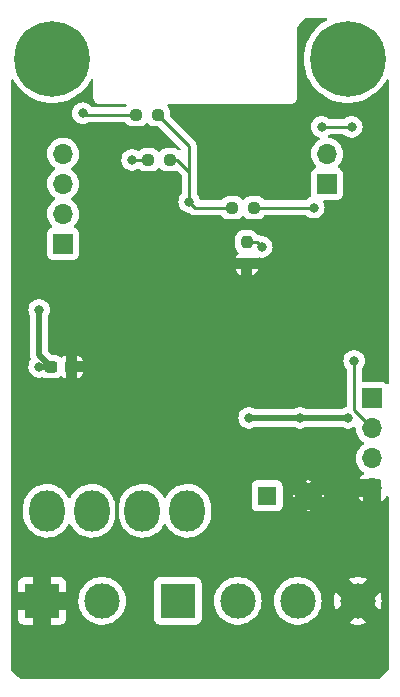
<source format=gbl>
%TF.GenerationSoftware,KiCad,Pcbnew,(6.0.5)*%
%TF.CreationDate,2023-06-01T20:28:18+03:00*%
%TF.ProjectId,led-controller,6c65642d-636f-46e7-9472-6f6c6c65722e,rev?*%
%TF.SameCoordinates,Original*%
%TF.FileFunction,Copper,L2,Bot*%
%TF.FilePolarity,Positive*%
%FSLAX46Y46*%
G04 Gerber Fmt 4.6, Leading zero omitted, Abs format (unit mm)*
G04 Created by KiCad (PCBNEW (6.0.5)) date 2023-06-01 20:28:18*
%MOMM*%
%LPD*%
G01*
G04 APERTURE LIST*
G04 Aperture macros list*
%AMRoundRect*
0 Rectangle with rounded corners*
0 $1 Rounding radius*
0 $2 $3 $4 $5 $6 $7 $8 $9 X,Y pos of 4 corners*
0 Add a 4 corners polygon primitive as box body*
4,1,4,$2,$3,$4,$5,$6,$7,$8,$9,$2,$3,0*
0 Add four circle primitives for the rounded corners*
1,1,$1+$1,$2,$3*
1,1,$1+$1,$4,$5*
1,1,$1+$1,$6,$7*
1,1,$1+$1,$8,$9*
0 Add four rect primitives between the rounded corners*
20,1,$1+$1,$2,$3,$4,$5,0*
20,1,$1+$1,$4,$5,$6,$7,0*
20,1,$1+$1,$6,$7,$8,$9,0*
20,1,$1+$1,$8,$9,$2,$3,0*%
G04 Aperture macros list end*
%TA.AperFunction,ComponentPad*%
%ADD10R,1.700000X1.700000*%
%TD*%
%TA.AperFunction,ComponentPad*%
%ADD11O,1.700000X1.700000*%
%TD*%
%TA.AperFunction,ComponentPad*%
%ADD12O,3.000000X3.500000*%
%TD*%
%TA.AperFunction,ComponentPad*%
%ADD13R,1.600000X1.600000*%
%TD*%
%TA.AperFunction,ComponentPad*%
%ADD14C,1.600000*%
%TD*%
%TA.AperFunction,ComponentPad*%
%ADD15R,3.000000X3.000000*%
%TD*%
%TA.AperFunction,ComponentPad*%
%ADD16C,3.000000*%
%TD*%
%TA.AperFunction,ComponentPad*%
%ADD17C,0.800000*%
%TD*%
%TA.AperFunction,ComponentPad*%
%ADD18C,6.400000*%
%TD*%
%TA.AperFunction,SMDPad,CuDef*%
%ADD19RoundRect,0.237500X-0.237500X0.250000X-0.237500X-0.250000X0.237500X-0.250000X0.237500X0.250000X0*%
%TD*%
%TA.AperFunction,SMDPad,CuDef*%
%ADD20RoundRect,0.237500X-0.250000X-0.237500X0.250000X-0.237500X0.250000X0.237500X-0.250000X0.237500X0*%
%TD*%
%TA.AperFunction,SMDPad,CuDef*%
%ADD21RoundRect,0.237500X0.250000X0.237500X-0.250000X0.237500X-0.250000X-0.237500X0.250000X-0.237500X0*%
%TD*%
%TA.AperFunction,SMDPad,CuDef*%
%ADD22RoundRect,0.237500X-0.300000X-0.237500X0.300000X-0.237500X0.300000X0.237500X-0.300000X0.237500X0*%
%TD*%
%TA.AperFunction,ViaPad*%
%ADD23C,0.800000*%
%TD*%
%TA.AperFunction,Conductor*%
%ADD24C,0.500000*%
%TD*%
%TA.AperFunction,Conductor*%
%ADD25C,0.250000*%
%TD*%
G04 APERTURE END LIST*
D10*
X93418000Y-89144000D03*
D11*
X93418000Y-86604000D03*
X93418000Y-84064000D03*
X93418000Y-81524000D03*
D12*
X95840000Y-111760000D03*
X92040000Y-111760000D03*
X103940000Y-111760000D03*
X100140000Y-111760000D03*
D13*
X110690000Y-110490000D03*
D14*
X114190000Y-110490000D03*
D15*
X91640000Y-119380000D03*
D16*
X96720000Y-119380000D03*
D10*
X119580000Y-102245000D03*
D11*
X119580000Y-104785000D03*
X119580000Y-107325000D03*
X119580000Y-109865000D03*
D17*
X119197056Y-75197056D03*
X117500000Y-71100000D03*
X119900000Y-73500000D03*
X117500000Y-75900000D03*
D18*
X117500000Y-73500000D03*
D17*
X115802944Y-71802944D03*
X115802944Y-75197056D03*
X119197056Y-71802944D03*
X115100000Y-73500000D03*
D10*
X115770000Y-84079000D03*
D11*
X115770000Y-81539000D03*
D17*
X92500000Y-71100000D03*
X90802944Y-71802944D03*
X94197056Y-71802944D03*
D18*
X92500000Y-73500000D03*
D17*
X94197056Y-75197056D03*
X94900000Y-73500000D03*
X92500000Y-75900000D03*
X90100000Y-73500000D03*
X90802944Y-75197056D03*
D15*
X103135302Y-119380000D03*
D16*
X108215302Y-119380000D03*
X113295302Y-119380000D03*
X118375302Y-119380000D03*
D19*
X108966000Y-89003500D03*
X108966000Y-90828500D03*
D20*
X99617500Y-78232000D03*
X101442500Y-78232000D03*
X100633500Y-82042000D03*
X102458500Y-82042000D03*
D21*
X109570500Y-86106000D03*
X107745500Y-86106000D03*
D22*
X92402000Y-99568000D03*
X94127000Y-99568000D03*
D23*
X99060000Y-95758000D03*
X93418000Y-95504000D03*
X90424000Y-105029000D03*
X100584000Y-97790000D03*
X120142000Y-93726000D03*
X100076000Y-95758000D03*
X90424000Y-108331000D03*
X101473000Y-104140000D03*
X98044000Y-95758000D03*
X112268000Y-93218000D03*
X92456000Y-108331000D03*
X91440000Y-105029000D03*
X111515000Y-99314000D03*
X92456000Y-105029000D03*
X91440000Y-108331000D03*
X117460500Y-88646000D03*
X110236000Y-91948000D03*
X100584000Y-96774000D03*
X116532000Y-99822000D03*
X107315000Y-95631000D03*
X109166000Y-103886000D03*
X117548000Y-103886000D03*
X113484000Y-103886000D03*
X104086000Y-85598000D03*
X91386000Y-99568000D03*
X91386000Y-94742000D03*
X95082000Y-78092000D03*
X114639500Y-86092000D03*
X118056000Y-99060000D03*
X117856000Y-79248000D03*
X115316000Y-79248000D03*
X99260000Y-82042000D03*
X110236000Y-89408000D03*
D24*
X113484000Y-103886000D02*
X117548000Y-103886000D01*
X113484000Y-103886000D02*
X109166000Y-103886000D01*
D25*
X101442500Y-78232000D02*
X104086000Y-80875500D01*
X104086000Y-80875500D02*
X104086000Y-83058000D01*
X104594000Y-86106000D02*
X104086000Y-85598000D01*
X107745500Y-86106000D02*
X104594000Y-86106000D01*
X104086000Y-83058000D02*
X104086000Y-85598000D01*
X104086000Y-83058000D02*
X103070000Y-82042000D01*
X103070000Y-82042000D02*
X102458500Y-82042000D01*
D24*
X91386000Y-99568000D02*
X92402000Y-99568000D01*
D25*
X99617500Y-78232000D02*
X95222000Y-78232000D01*
D24*
X91386000Y-98552000D02*
X91386000Y-94742000D01*
D25*
X95222000Y-78232000D02*
X95082000Y-78092000D01*
D24*
X92402000Y-99568000D02*
X91386000Y-98552000D01*
D25*
X114625500Y-86106000D02*
X114639500Y-86092000D01*
X109570500Y-86106000D02*
X114625500Y-86106000D01*
X119580000Y-104785000D02*
X118056000Y-103261000D01*
X118056000Y-103261000D02*
X118056000Y-99060000D01*
X115316000Y-79248000D02*
X117856000Y-79248000D01*
X99260000Y-82042000D02*
X100379500Y-82042000D01*
X109831500Y-89003500D02*
X110236000Y-89408000D01*
X108966000Y-89003500D02*
X109831500Y-89003500D01*
%TA.AperFunction,Conductor*%
G36*
X115727076Y-70028502D02*
G01*
X115773569Y-70082158D01*
X115783673Y-70152432D01*
X115754179Y-70217012D01*
X115716158Y-70246767D01*
X115646147Y-70282439D01*
X115646140Y-70282443D01*
X115643206Y-70283938D01*
X115317207Y-70495643D01*
X115015124Y-70740266D01*
X114740266Y-71015124D01*
X114495643Y-71317207D01*
X114283938Y-71643206D01*
X114282443Y-71646140D01*
X114282439Y-71646147D01*
X114212366Y-71783673D01*
X114107468Y-71989547D01*
X113968167Y-72352438D01*
X113867562Y-72727901D01*
X113806754Y-73111824D01*
X113786411Y-73500000D01*
X113806754Y-73888176D01*
X113867562Y-74272099D01*
X113968167Y-74647562D01*
X114107468Y-75010453D01*
X114108966Y-75013393D01*
X114220468Y-75232227D01*
X114283938Y-75356794D01*
X114495643Y-75682793D01*
X114740266Y-75984876D01*
X115015124Y-76259734D01*
X115317207Y-76504357D01*
X115643205Y-76716062D01*
X115646139Y-76717557D01*
X115646146Y-76717561D01*
X115961717Y-76878352D01*
X115989547Y-76892532D01*
X116100967Y-76935302D01*
X116329472Y-77023017D01*
X116352438Y-77031833D01*
X116727901Y-77132438D01*
X116918480Y-77162623D01*
X117108576Y-77192732D01*
X117108584Y-77192733D01*
X117111824Y-77193246D01*
X117500000Y-77213589D01*
X117888176Y-77193246D01*
X117891416Y-77192733D01*
X117891424Y-77192732D01*
X118081520Y-77162623D01*
X118272099Y-77132438D01*
X118647562Y-77031833D01*
X118670529Y-77023017D01*
X118899033Y-76935302D01*
X119010453Y-76892532D01*
X119038283Y-76878352D01*
X119353854Y-76717561D01*
X119353861Y-76717557D01*
X119356795Y-76716062D01*
X119682793Y-76504357D01*
X119984876Y-76259734D01*
X120259734Y-75984876D01*
X120504357Y-75682793D01*
X120716062Y-75356794D01*
X120753233Y-75283842D01*
X120801981Y-75232227D01*
X120870896Y-75215161D01*
X120938098Y-75238062D01*
X120982250Y-75293659D01*
X120991500Y-75341045D01*
X120991500Y-100928420D01*
X120971498Y-100996541D01*
X120917842Y-101043034D01*
X120847568Y-101053138D01*
X120789935Y-101029246D01*
X120683892Y-100949771D01*
X120683890Y-100949770D01*
X120676705Y-100944385D01*
X120540316Y-100893255D01*
X120478134Y-100886500D01*
X118815500Y-100886500D01*
X118747379Y-100866498D01*
X118700886Y-100812842D01*
X118689500Y-100760500D01*
X118689500Y-99762524D01*
X118709502Y-99694403D01*
X118721858Y-99678221D01*
X118795040Y-99596944D01*
X118890527Y-99431556D01*
X118949542Y-99249928D01*
X118969504Y-99060000D01*
X118949542Y-98870072D01*
X118890527Y-98688444D01*
X118795040Y-98523056D01*
X118667253Y-98381134D01*
X118512752Y-98268882D01*
X118506724Y-98266198D01*
X118506722Y-98266197D01*
X118344319Y-98193891D01*
X118344318Y-98193891D01*
X118338288Y-98191206D01*
X118244888Y-98171353D01*
X118157944Y-98152872D01*
X118157939Y-98152872D01*
X118151487Y-98151500D01*
X117960513Y-98151500D01*
X117954061Y-98152872D01*
X117954056Y-98152872D01*
X117867112Y-98171353D01*
X117773712Y-98191206D01*
X117767682Y-98193891D01*
X117767681Y-98193891D01*
X117605278Y-98266197D01*
X117605276Y-98266198D01*
X117599248Y-98268882D01*
X117444747Y-98381134D01*
X117316960Y-98523056D01*
X117221473Y-98688444D01*
X117162458Y-98870072D01*
X117142496Y-99060000D01*
X117162458Y-99249928D01*
X117221473Y-99431556D01*
X117316960Y-99596944D01*
X117390137Y-99678215D01*
X117420853Y-99742221D01*
X117422500Y-99762524D01*
X117422500Y-102881847D01*
X117402498Y-102949968D01*
X117348842Y-102996461D01*
X117322698Y-103005093D01*
X117265712Y-103017206D01*
X117197878Y-103047407D01*
X117097278Y-103092197D01*
X117097276Y-103092198D01*
X117091248Y-103094882D01*
X117085909Y-103098761D01*
X117085902Y-103098765D01*
X117079472Y-103103437D01*
X117005413Y-103127500D01*
X114026587Y-103127500D01*
X113952528Y-103103437D01*
X113946098Y-103098765D01*
X113946091Y-103098761D01*
X113940752Y-103094882D01*
X113934724Y-103092198D01*
X113934722Y-103092197D01*
X113772319Y-103019891D01*
X113772316Y-103019890D01*
X113766288Y-103017206D01*
X113668691Y-102996461D01*
X113585944Y-102978872D01*
X113585939Y-102978872D01*
X113579487Y-102977500D01*
X113388513Y-102977500D01*
X113382061Y-102978872D01*
X113382056Y-102978872D01*
X113299309Y-102996461D01*
X113201712Y-103017206D01*
X113195684Y-103019890D01*
X113195681Y-103019891D01*
X113033278Y-103092197D01*
X113033276Y-103092198D01*
X113027248Y-103094882D01*
X113021909Y-103098761D01*
X113021902Y-103098765D01*
X113015472Y-103103437D01*
X112941413Y-103127500D01*
X109708587Y-103127500D01*
X109634528Y-103103437D01*
X109628098Y-103098765D01*
X109628091Y-103098761D01*
X109622752Y-103094882D01*
X109616724Y-103092198D01*
X109616722Y-103092197D01*
X109454319Y-103019891D01*
X109454316Y-103019890D01*
X109448288Y-103017206D01*
X109350691Y-102996461D01*
X109267944Y-102978872D01*
X109267939Y-102978872D01*
X109261487Y-102977500D01*
X109070513Y-102977500D01*
X109064061Y-102978872D01*
X109064056Y-102978872D01*
X108981309Y-102996461D01*
X108883712Y-103017206D01*
X108877684Y-103019890D01*
X108877681Y-103019891D01*
X108715278Y-103092197D01*
X108715276Y-103092198D01*
X108709248Y-103094882D01*
X108703907Y-103098762D01*
X108703906Y-103098763D01*
X108697473Y-103103437D01*
X108554747Y-103207134D01*
X108426960Y-103349056D01*
X108331473Y-103514444D01*
X108272458Y-103696072D01*
X108252496Y-103886000D01*
X108272458Y-104075928D01*
X108331473Y-104257556D01*
X108426960Y-104422944D01*
X108431378Y-104427851D01*
X108431379Y-104427852D01*
X108522966Y-104529570D01*
X108554747Y-104564866D01*
X108653843Y-104636864D01*
X108703904Y-104673235D01*
X108709248Y-104677118D01*
X108715276Y-104679802D01*
X108715278Y-104679803D01*
X108876751Y-104751695D01*
X108883712Y-104754794D01*
X108977112Y-104774647D01*
X109064056Y-104793128D01*
X109064061Y-104793128D01*
X109070513Y-104794500D01*
X109261487Y-104794500D01*
X109267939Y-104793128D01*
X109267944Y-104793128D01*
X109354888Y-104774647D01*
X109448288Y-104754794D01*
X109455249Y-104751695D01*
X109616722Y-104679803D01*
X109616724Y-104679802D01*
X109622752Y-104677118D01*
X109628091Y-104673239D01*
X109628098Y-104673235D01*
X109634528Y-104668563D01*
X109708587Y-104644500D01*
X112941413Y-104644500D01*
X113015472Y-104668563D01*
X113021902Y-104673235D01*
X113021909Y-104673239D01*
X113027248Y-104677118D01*
X113033276Y-104679802D01*
X113033278Y-104679803D01*
X113194751Y-104751695D01*
X113201712Y-104754794D01*
X113295112Y-104774647D01*
X113382056Y-104793128D01*
X113382061Y-104793128D01*
X113388513Y-104794500D01*
X113579487Y-104794500D01*
X113585939Y-104793128D01*
X113585944Y-104793128D01*
X113672888Y-104774647D01*
X113766288Y-104754794D01*
X113773249Y-104751695D01*
X113934722Y-104679803D01*
X113934724Y-104679802D01*
X113940752Y-104677118D01*
X113946091Y-104673239D01*
X113946098Y-104673235D01*
X113952528Y-104668563D01*
X114026587Y-104644500D01*
X117005413Y-104644500D01*
X117079472Y-104668563D01*
X117085902Y-104673235D01*
X117085909Y-104673239D01*
X117091248Y-104677118D01*
X117097276Y-104679802D01*
X117097278Y-104679803D01*
X117258751Y-104751695D01*
X117265712Y-104754794D01*
X117359112Y-104774647D01*
X117446056Y-104793128D01*
X117446061Y-104793128D01*
X117452513Y-104794500D01*
X117643487Y-104794500D01*
X117649939Y-104793128D01*
X117649944Y-104793128D01*
X117736888Y-104774647D01*
X117830288Y-104754794D01*
X117837249Y-104751695D01*
X117998722Y-104679803D01*
X117998724Y-104679802D01*
X118004752Y-104677118D01*
X118010097Y-104673235D01*
X118010367Y-104673039D01*
X118018002Y-104667491D01*
X118084867Y-104643632D01*
X118154019Y-104659710D01*
X118203501Y-104710623D01*
X118217855Y-104762173D01*
X118230110Y-104974715D01*
X118231247Y-104979761D01*
X118231248Y-104979767D01*
X118252275Y-105073069D01*
X118279222Y-105192639D01*
X118363266Y-105399616D01*
X118479987Y-105590088D01*
X118626250Y-105758938D01*
X118798126Y-105901632D01*
X118868595Y-105942811D01*
X118871445Y-105944476D01*
X118920169Y-105996114D01*
X118933240Y-106065897D01*
X118906509Y-106131669D01*
X118866055Y-106165027D01*
X118853607Y-106171507D01*
X118849474Y-106174610D01*
X118849471Y-106174612D01*
X118825247Y-106192800D01*
X118674965Y-106305635D01*
X118520629Y-106467138D01*
X118394743Y-106651680D01*
X118300688Y-106854305D01*
X118240989Y-107069570D01*
X118217251Y-107291695D01*
X118230110Y-107514715D01*
X118231247Y-107519761D01*
X118231248Y-107519767D01*
X118252275Y-107613069D01*
X118279222Y-107732639D01*
X118363266Y-107939616D01*
X118479987Y-108130088D01*
X118626250Y-108298938D01*
X118798126Y-108441632D01*
X118871955Y-108484774D01*
X118920679Y-108536412D01*
X118933750Y-108606195D01*
X118907019Y-108671967D01*
X118866562Y-108705327D01*
X118858457Y-108709546D01*
X118849738Y-108715036D01*
X118679433Y-108842905D01*
X118671726Y-108849748D01*
X118524590Y-109003717D01*
X118518104Y-109011727D01*
X118466051Y-109088034D01*
X118461839Y-109101046D01*
X118470262Y-109103000D01*
X120216000Y-109103000D01*
X120284121Y-109123002D01*
X120330614Y-109176658D01*
X120342000Y-109229000D01*
X120342000Y-110971512D01*
X120345751Y-110984285D01*
X120354284Y-110980865D01*
X120455328Y-110908792D01*
X120463200Y-110902139D01*
X120614052Y-110751812D01*
X120620730Y-110743965D01*
X120745003Y-110571020D01*
X120750312Y-110562185D01*
X120752542Y-110557673D01*
X120800655Y-110505465D01*
X120869355Y-110487557D01*
X120936832Y-110509634D01*
X120981662Y-110564687D01*
X120991500Y-110613498D01*
X120991500Y-125124535D01*
X120968260Y-125197448D01*
X120849591Y-125364694D01*
X120840782Y-125375740D01*
X120626035Y-125616043D01*
X120616043Y-125626035D01*
X120375740Y-125840782D01*
X120364694Y-125849591D01*
X120268012Y-125918191D01*
X120197447Y-125968260D01*
X120124535Y-125991500D01*
X89875465Y-125991500D01*
X89802553Y-125968260D01*
X89731988Y-125918191D01*
X89635306Y-125849591D01*
X89624260Y-125840782D01*
X89383957Y-125626035D01*
X89373965Y-125616043D01*
X89159218Y-125375740D01*
X89150409Y-125364694D01*
X89031740Y-125197448D01*
X89008500Y-125124535D01*
X89008500Y-120924669D01*
X89632001Y-120924669D01*
X89632371Y-120931490D01*
X89637895Y-120982352D01*
X89641521Y-120997604D01*
X89686676Y-121118054D01*
X89695214Y-121133649D01*
X89771715Y-121235724D01*
X89784276Y-121248285D01*
X89886351Y-121324786D01*
X89901946Y-121333324D01*
X90022394Y-121378478D01*
X90037649Y-121382105D01*
X90088514Y-121387631D01*
X90095328Y-121388000D01*
X90859885Y-121388000D01*
X90875124Y-121383525D01*
X90876329Y-121382135D01*
X90878000Y-121374452D01*
X90878000Y-121369884D01*
X92402000Y-121369884D01*
X92406475Y-121385123D01*
X92407865Y-121386328D01*
X92415548Y-121387999D01*
X93184669Y-121387999D01*
X93191490Y-121387629D01*
X93242352Y-121382105D01*
X93257604Y-121378479D01*
X93378054Y-121333324D01*
X93393649Y-121324786D01*
X93495724Y-121248285D01*
X93508285Y-121235724D01*
X93584786Y-121133649D01*
X93593324Y-121118054D01*
X93638478Y-120997606D01*
X93642105Y-120982351D01*
X93647631Y-120931486D01*
X93648000Y-120924672D01*
X93648000Y-120160115D01*
X93643525Y-120144876D01*
X93642135Y-120143671D01*
X93634452Y-120142000D01*
X92420115Y-120142000D01*
X92404876Y-120146475D01*
X92403671Y-120147865D01*
X92402000Y-120155548D01*
X92402000Y-121369884D01*
X90878000Y-121369884D01*
X90878000Y-120160115D01*
X90873525Y-120144876D01*
X90872135Y-120143671D01*
X90864452Y-120142000D01*
X89650116Y-120142000D01*
X89634877Y-120146475D01*
X89633672Y-120147865D01*
X89632001Y-120155548D01*
X89632001Y-120924669D01*
X89008500Y-120924669D01*
X89008500Y-119358918D01*
X94706917Y-119358918D01*
X94722682Y-119632320D01*
X94723507Y-119636525D01*
X94723508Y-119636533D01*
X94734111Y-119690577D01*
X94775405Y-119901053D01*
X94776792Y-119905103D01*
X94776793Y-119905108D01*
X94859432Y-120146475D01*
X94864112Y-120160144D01*
X94987160Y-120404799D01*
X94989586Y-120408328D01*
X94989589Y-120408334D01*
X95032276Y-120470443D01*
X95142274Y-120630490D01*
X95326582Y-120833043D01*
X95536675Y-121008707D01*
X95540316Y-121010991D01*
X95765024Y-121151951D01*
X95765028Y-121151953D01*
X95768664Y-121154234D01*
X95836544Y-121184883D01*
X96014345Y-121265164D01*
X96014349Y-121265166D01*
X96018257Y-121266930D01*
X96022377Y-121268150D01*
X96022376Y-121268150D01*
X96276723Y-121343491D01*
X96276727Y-121343492D01*
X96280836Y-121344709D01*
X96285070Y-121345357D01*
X96285075Y-121345358D01*
X96547298Y-121385483D01*
X96547300Y-121385483D01*
X96551540Y-121386132D01*
X96690912Y-121388322D01*
X96821071Y-121390367D01*
X96821077Y-121390367D01*
X96825362Y-121390434D01*
X97097235Y-121357534D01*
X97362127Y-121288041D01*
X97366087Y-121286401D01*
X97366092Y-121286399D01*
X97525709Y-121220283D01*
X97615136Y-121183241D01*
X97851582Y-121045073D01*
X98000720Y-120928134D01*
X101126802Y-120928134D01*
X101133557Y-120990316D01*
X101184687Y-121126705D01*
X101272041Y-121243261D01*
X101388597Y-121330615D01*
X101524986Y-121381745D01*
X101587168Y-121388500D01*
X104683436Y-121388500D01*
X104745618Y-121381745D01*
X104882007Y-121330615D01*
X104998563Y-121243261D01*
X105085917Y-121126705D01*
X105137047Y-120990316D01*
X105143802Y-120928134D01*
X105143802Y-119358918D01*
X106202219Y-119358918D01*
X106217984Y-119632320D01*
X106218809Y-119636525D01*
X106218810Y-119636533D01*
X106229413Y-119690577D01*
X106270707Y-119901053D01*
X106272094Y-119905103D01*
X106272095Y-119905108D01*
X106354734Y-120146475D01*
X106359414Y-120160144D01*
X106482462Y-120404799D01*
X106484888Y-120408328D01*
X106484891Y-120408334D01*
X106527578Y-120470443D01*
X106637576Y-120630490D01*
X106821884Y-120833043D01*
X107031977Y-121008707D01*
X107035618Y-121010991D01*
X107260326Y-121151951D01*
X107260330Y-121151953D01*
X107263966Y-121154234D01*
X107331846Y-121184883D01*
X107509647Y-121265164D01*
X107509651Y-121265166D01*
X107513559Y-121266930D01*
X107517679Y-121268150D01*
X107517678Y-121268150D01*
X107772025Y-121343491D01*
X107772029Y-121343492D01*
X107776138Y-121344709D01*
X107780372Y-121345357D01*
X107780377Y-121345358D01*
X108042600Y-121385483D01*
X108042602Y-121385483D01*
X108046842Y-121386132D01*
X108186214Y-121388322D01*
X108316373Y-121390367D01*
X108316379Y-121390367D01*
X108320664Y-121390434D01*
X108592537Y-121357534D01*
X108857429Y-121288041D01*
X108861389Y-121286401D01*
X108861394Y-121286399D01*
X109021011Y-121220283D01*
X109110438Y-121183241D01*
X109346884Y-121045073D01*
X109562391Y-120876094D01*
X109604111Y-120833043D01*
X109749988Y-120682509D01*
X109752971Y-120679431D01*
X109755504Y-120675983D01*
X109755508Y-120675978D01*
X109912559Y-120462178D01*
X109915097Y-120458723D01*
X109942456Y-120408334D01*
X110043720Y-120221830D01*
X110043721Y-120221828D01*
X110045770Y-120218054D01*
X110142571Y-119961877D01*
X110203709Y-119694933D01*
X110209686Y-119627969D01*
X110227833Y-119424627D01*
X110227834Y-119424616D01*
X110228053Y-119422161D01*
X110228495Y-119380000D01*
X110227058Y-119358918D01*
X111282219Y-119358918D01*
X111297984Y-119632320D01*
X111298809Y-119636525D01*
X111298810Y-119636533D01*
X111309413Y-119690577D01*
X111350707Y-119901053D01*
X111352094Y-119905103D01*
X111352095Y-119905108D01*
X111434734Y-120146475D01*
X111439414Y-120160144D01*
X111562462Y-120404799D01*
X111564888Y-120408328D01*
X111564891Y-120408334D01*
X111607578Y-120470443D01*
X111717576Y-120630490D01*
X111901884Y-120833043D01*
X112111977Y-121008707D01*
X112115618Y-121010991D01*
X112340326Y-121151951D01*
X112340330Y-121151953D01*
X112343966Y-121154234D01*
X112411846Y-121184883D01*
X112589647Y-121265164D01*
X112589651Y-121265166D01*
X112593559Y-121266930D01*
X112597679Y-121268150D01*
X112597678Y-121268150D01*
X112852025Y-121343491D01*
X112852029Y-121343492D01*
X112856138Y-121344709D01*
X112860372Y-121345357D01*
X112860377Y-121345358D01*
X113122600Y-121385483D01*
X113122602Y-121385483D01*
X113126842Y-121386132D01*
X113266214Y-121388322D01*
X113396373Y-121390367D01*
X113396379Y-121390367D01*
X113400664Y-121390434D01*
X113672537Y-121357534D01*
X113937429Y-121288041D01*
X113941389Y-121286401D01*
X113941394Y-121286399D01*
X114071123Y-121232663D01*
X117605890Y-121232663D01*
X117609469Y-121237443D01*
X117669821Y-121264693D01*
X117677851Y-121267680D01*
X117932134Y-121343002D01*
X117940486Y-121344869D01*
X118202642Y-121384984D01*
X118211176Y-121385700D01*
X118476347Y-121389867D01*
X118484898Y-121389418D01*
X118748185Y-121357557D01*
X118756586Y-121355955D01*
X119013122Y-121288654D01*
X119021229Y-121285926D01*
X119133447Y-121239443D01*
X119144426Y-121230595D01*
X119143110Y-121225439D01*
X118388114Y-120470443D01*
X118374170Y-120462829D01*
X118372337Y-120462960D01*
X118365722Y-120467211D01*
X117612650Y-121220283D01*
X117605890Y-121232663D01*
X114071123Y-121232663D01*
X114101011Y-121220283D01*
X114190438Y-121183241D01*
X114426884Y-121045073D01*
X114642391Y-120876094D01*
X114684111Y-120833043D01*
X114829988Y-120682509D01*
X114832971Y-120679431D01*
X114835504Y-120675983D01*
X114835508Y-120675978D01*
X114992559Y-120462178D01*
X114995097Y-120458723D01*
X115022456Y-120408334D01*
X115123720Y-120221830D01*
X115123721Y-120221828D01*
X115125770Y-120218054D01*
X115222571Y-119961877D01*
X115283709Y-119694933D01*
X115289686Y-119627969D01*
X115307833Y-119424627D01*
X115307834Y-119424616D01*
X115308053Y-119422161D01*
X115308495Y-119380000D01*
X115307350Y-119363204D01*
X116362967Y-119363204D01*
X116378234Y-119627969D01*
X116379307Y-119636470D01*
X116430367Y-119896722D01*
X116432578Y-119904974D01*
X116513458Y-120141206D01*
X116521599Y-120152720D01*
X116525444Y-120151992D01*
X116526307Y-120151364D01*
X117284859Y-119392812D01*
X117291237Y-119381132D01*
X119458131Y-119381132D01*
X119458262Y-119382965D01*
X119462513Y-119389580D01*
X120215940Y-120143007D01*
X120228320Y-120149767D01*
X120232111Y-120146929D01*
X120300573Y-119965750D01*
X120303050Y-119957544D01*
X120362256Y-119699038D01*
X120363596Y-119690577D01*
X120387333Y-119424616D01*
X120387579Y-119419677D01*
X120387968Y-119382485D01*
X120387825Y-119377519D01*
X120369664Y-119111123D01*
X120368503Y-119102649D01*
X120314721Y-118842944D01*
X120312422Y-118834709D01*
X120236303Y-118619756D01*
X120228040Y-118608326D01*
X120223866Y-118609161D01*
X120223509Y-118609424D01*
X119465745Y-119367188D01*
X119458131Y-119381132D01*
X117291237Y-119381132D01*
X117292473Y-119378868D01*
X117292342Y-119377035D01*
X117288091Y-119370420D01*
X116534002Y-118616331D01*
X116521622Y-118609571D01*
X116517977Y-118612300D01*
X116444002Y-118814446D01*
X116441613Y-118822670D01*
X116385114Y-119081795D01*
X116383865Y-119090250D01*
X116363056Y-119354653D01*
X116362967Y-119363204D01*
X115307350Y-119363204D01*
X115306767Y-119354648D01*
X115290161Y-119111055D01*
X115290160Y-119111049D01*
X115289869Y-119106778D01*
X115234334Y-118838612D01*
X115142919Y-118580465D01*
X115017315Y-118337112D01*
X115007342Y-118322921D01*
X114862310Y-118116562D01*
X114859847Y-118113057D01*
X114673427Y-117912445D01*
X114670112Y-117909731D01*
X114670108Y-117909728D01*
X114508606Y-117777540D01*
X114461507Y-117738990D01*
X114228006Y-117595901D01*
X114224070Y-117594173D01*
X114076322Y-117529316D01*
X117606169Y-117529316D01*
X117607593Y-117534660D01*
X118362490Y-118289557D01*
X118376434Y-118297171D01*
X118378267Y-118297040D01*
X118384882Y-118292789D01*
X119137594Y-117540077D01*
X119144354Y-117527697D01*
X119140910Y-117523097D01*
X119061006Y-117488022D01*
X119052946Y-117485120D01*
X118797894Y-117412467D01*
X118789516Y-117410685D01*
X118526958Y-117373318D01*
X118518413Y-117372691D01*
X118253210Y-117371302D01*
X118244676Y-117371839D01*
X117981735Y-117406456D01*
X117973337Y-117408149D01*
X117717540Y-117478127D01*
X117709445Y-117480946D01*
X117617057Y-117520352D01*
X117606169Y-117529316D01*
X114076322Y-117529316D01*
X113981175Y-117487549D01*
X113981171Y-117487548D01*
X113977247Y-117485825D01*
X113713868Y-117410800D01*
X113709626Y-117410196D01*
X113709620Y-117410195D01*
X113504689Y-117381029D01*
X113442745Y-117372213D01*
X113298891Y-117371460D01*
X113173179Y-117370802D01*
X113173173Y-117370802D01*
X113168893Y-117370780D01*
X113164649Y-117371339D01*
X113164645Y-117371339D01*
X113056718Y-117385548D01*
X112897380Y-117406525D01*
X112893240Y-117407658D01*
X112893238Y-117407658D01*
X112825339Y-117426233D01*
X112633230Y-117478788D01*
X112629282Y-117480472D01*
X112385284Y-117584546D01*
X112385280Y-117584548D01*
X112381332Y-117586232D01*
X112361427Y-117598145D01*
X112150027Y-117724664D01*
X112150023Y-117724667D01*
X112146345Y-117726868D01*
X111932620Y-117898094D01*
X111744110Y-118096742D01*
X111584304Y-118319136D01*
X111456159Y-118561161D01*
X111454687Y-118565184D01*
X111454685Y-118565188D01*
X111434716Y-118619756D01*
X111362045Y-118818337D01*
X111303706Y-119085907D01*
X111282219Y-119358918D01*
X110227058Y-119358918D01*
X110226767Y-119354648D01*
X110210161Y-119111055D01*
X110210160Y-119111049D01*
X110209869Y-119106778D01*
X110154334Y-118838612D01*
X110062919Y-118580465D01*
X109937315Y-118337112D01*
X109927342Y-118322921D01*
X109782310Y-118116562D01*
X109779847Y-118113057D01*
X109593427Y-117912445D01*
X109590112Y-117909731D01*
X109590108Y-117909728D01*
X109428606Y-117777540D01*
X109381507Y-117738990D01*
X109148006Y-117595901D01*
X109144070Y-117594173D01*
X108901175Y-117487549D01*
X108901171Y-117487548D01*
X108897247Y-117485825D01*
X108633868Y-117410800D01*
X108629626Y-117410196D01*
X108629620Y-117410195D01*
X108424689Y-117381029D01*
X108362745Y-117372213D01*
X108218891Y-117371460D01*
X108093179Y-117370802D01*
X108093173Y-117370802D01*
X108088893Y-117370780D01*
X108084649Y-117371339D01*
X108084645Y-117371339D01*
X107976718Y-117385548D01*
X107817380Y-117406525D01*
X107813240Y-117407658D01*
X107813238Y-117407658D01*
X107745339Y-117426233D01*
X107553230Y-117478788D01*
X107549282Y-117480472D01*
X107305284Y-117584546D01*
X107305280Y-117584548D01*
X107301332Y-117586232D01*
X107281427Y-117598145D01*
X107070027Y-117724664D01*
X107070023Y-117724667D01*
X107066345Y-117726868D01*
X106852620Y-117898094D01*
X106664110Y-118096742D01*
X106504304Y-118319136D01*
X106376159Y-118561161D01*
X106374687Y-118565184D01*
X106374685Y-118565188D01*
X106354716Y-118619756D01*
X106282045Y-118818337D01*
X106223706Y-119085907D01*
X106202219Y-119358918D01*
X105143802Y-119358918D01*
X105143802Y-117831866D01*
X105137047Y-117769684D01*
X105085917Y-117633295D01*
X104998563Y-117516739D01*
X104882007Y-117429385D01*
X104745618Y-117378255D01*
X104683436Y-117371500D01*
X101587168Y-117371500D01*
X101524986Y-117378255D01*
X101388597Y-117429385D01*
X101272041Y-117516739D01*
X101184687Y-117633295D01*
X101133557Y-117769684D01*
X101126802Y-117831866D01*
X101126802Y-120928134D01*
X98000720Y-120928134D01*
X98067089Y-120876094D01*
X98108809Y-120833043D01*
X98254686Y-120682509D01*
X98257669Y-120679431D01*
X98260202Y-120675983D01*
X98260206Y-120675978D01*
X98417257Y-120462178D01*
X98419795Y-120458723D01*
X98447154Y-120408334D01*
X98548418Y-120221830D01*
X98548419Y-120221828D01*
X98550468Y-120218054D01*
X98647269Y-119961877D01*
X98708407Y-119694933D01*
X98714384Y-119627969D01*
X98732531Y-119424627D01*
X98732532Y-119424616D01*
X98732751Y-119422161D01*
X98733193Y-119380000D01*
X98731465Y-119354648D01*
X98714859Y-119111055D01*
X98714858Y-119111049D01*
X98714567Y-119106778D01*
X98659032Y-118838612D01*
X98567617Y-118580465D01*
X98442013Y-118337112D01*
X98432040Y-118322921D01*
X98287008Y-118116562D01*
X98284545Y-118113057D01*
X98098125Y-117912445D01*
X98094810Y-117909731D01*
X98094806Y-117909728D01*
X97933304Y-117777540D01*
X97886205Y-117738990D01*
X97652704Y-117595901D01*
X97648768Y-117594173D01*
X97405873Y-117487549D01*
X97405869Y-117487548D01*
X97401945Y-117485825D01*
X97138566Y-117410800D01*
X97134324Y-117410196D01*
X97134318Y-117410195D01*
X96929387Y-117381029D01*
X96867443Y-117372213D01*
X96723589Y-117371460D01*
X96597877Y-117370802D01*
X96597871Y-117370802D01*
X96593591Y-117370780D01*
X96589347Y-117371339D01*
X96589343Y-117371339D01*
X96481416Y-117385548D01*
X96322078Y-117406525D01*
X96317938Y-117407658D01*
X96317936Y-117407658D01*
X96250037Y-117426233D01*
X96057928Y-117478788D01*
X96053980Y-117480472D01*
X95809982Y-117584546D01*
X95809978Y-117584548D01*
X95806030Y-117586232D01*
X95786125Y-117598145D01*
X95574725Y-117724664D01*
X95574721Y-117724667D01*
X95571043Y-117726868D01*
X95357318Y-117898094D01*
X95168808Y-118096742D01*
X95009002Y-118319136D01*
X94880857Y-118561161D01*
X94879385Y-118565184D01*
X94879383Y-118565188D01*
X94859414Y-118619756D01*
X94786743Y-118818337D01*
X94728404Y-119085907D01*
X94706917Y-119358918D01*
X89008500Y-119358918D01*
X89008500Y-118599885D01*
X89632000Y-118599885D01*
X89636475Y-118615124D01*
X89637865Y-118616329D01*
X89645548Y-118618000D01*
X90859885Y-118618000D01*
X90875124Y-118613525D01*
X90876329Y-118612135D01*
X90878000Y-118604452D01*
X90878000Y-118599885D01*
X92402000Y-118599885D01*
X92406475Y-118615124D01*
X92407865Y-118616329D01*
X92415548Y-118618000D01*
X93629884Y-118618000D01*
X93645123Y-118613525D01*
X93646328Y-118612135D01*
X93647999Y-118604452D01*
X93647999Y-117835331D01*
X93647629Y-117828510D01*
X93642105Y-117777648D01*
X93638479Y-117762396D01*
X93593324Y-117641946D01*
X93584786Y-117626351D01*
X93508285Y-117524276D01*
X93495724Y-117511715D01*
X93393649Y-117435214D01*
X93378054Y-117426676D01*
X93257606Y-117381522D01*
X93242351Y-117377895D01*
X93191486Y-117372369D01*
X93184672Y-117372000D01*
X92420115Y-117372000D01*
X92404876Y-117376475D01*
X92403671Y-117377865D01*
X92402000Y-117385548D01*
X92402000Y-118599885D01*
X90878000Y-118599885D01*
X90878000Y-117390116D01*
X90873525Y-117374877D01*
X90872135Y-117373672D01*
X90864452Y-117372001D01*
X90095331Y-117372001D01*
X90088510Y-117372371D01*
X90037648Y-117377895D01*
X90022396Y-117381521D01*
X89901946Y-117426676D01*
X89886351Y-117435214D01*
X89784276Y-117511715D01*
X89771715Y-117524276D01*
X89695214Y-117626351D01*
X89686676Y-117641946D01*
X89641522Y-117762394D01*
X89637895Y-117777649D01*
X89632369Y-117828514D01*
X89632000Y-117835328D01*
X89632000Y-118599885D01*
X89008500Y-118599885D01*
X89008500Y-112080146D01*
X90031500Y-112080146D01*
X90046189Y-112290212D01*
X90104591Y-112564970D01*
X90200663Y-112828926D01*
X90332536Y-113076942D01*
X90335122Y-113080501D01*
X90335123Y-113080503D01*
X90417184Y-113193450D01*
X90497642Y-113304192D01*
X90692769Y-113506252D01*
X90914118Y-113679188D01*
X90917922Y-113681384D01*
X90917929Y-113681389D01*
X91115067Y-113795206D01*
X91157381Y-113819636D01*
X91417824Y-113924862D01*
X91422097Y-113925927D01*
X91422099Y-113925928D01*
X91686107Y-113991753D01*
X91686112Y-113991754D01*
X91690376Y-113992817D01*
X91694744Y-113993276D01*
X91694749Y-113993277D01*
X91965364Y-114021719D01*
X91965367Y-114021719D01*
X91969733Y-114022178D01*
X91974121Y-114022025D01*
X91974127Y-114022025D01*
X92246061Y-114012529D01*
X92246067Y-114012528D01*
X92250458Y-114012375D01*
X92254781Y-114011613D01*
X92254788Y-114011612D01*
X92430494Y-113980630D01*
X92527087Y-113963598D01*
X92794235Y-113876797D01*
X92798188Y-113874869D01*
X92798193Y-113874867D01*
X92911432Y-113819636D01*
X93046702Y-113753660D01*
X93050341Y-113751205D01*
X93050347Y-113751202D01*
X93161125Y-113676481D01*
X93279576Y-113596585D01*
X93488322Y-113408629D01*
X93668879Y-113193450D01*
X93817731Y-112955236D01*
X93826632Y-112935244D01*
X93872612Y-112881148D01*
X93940539Y-112860499D01*
X94008848Y-112879851D01*
X94052990Y-112927339D01*
X94099081Y-113014022D01*
X94132536Y-113076942D01*
X94135122Y-113080501D01*
X94135123Y-113080503D01*
X94217184Y-113193450D01*
X94297642Y-113304192D01*
X94492769Y-113506252D01*
X94714118Y-113679188D01*
X94717922Y-113681384D01*
X94717929Y-113681389D01*
X94915067Y-113795206D01*
X94957381Y-113819636D01*
X95217824Y-113924862D01*
X95222097Y-113925927D01*
X95222099Y-113925928D01*
X95486107Y-113991753D01*
X95486112Y-113991754D01*
X95490376Y-113992817D01*
X95494744Y-113993276D01*
X95494749Y-113993277D01*
X95765364Y-114021719D01*
X95765367Y-114021719D01*
X95769733Y-114022178D01*
X95774121Y-114022025D01*
X95774127Y-114022025D01*
X96046061Y-114012529D01*
X96046067Y-114012528D01*
X96050458Y-114012375D01*
X96054781Y-114011613D01*
X96054788Y-114011612D01*
X96230494Y-113980630D01*
X96327087Y-113963598D01*
X96594235Y-113876797D01*
X96598188Y-113874869D01*
X96598193Y-113874867D01*
X96711432Y-113819636D01*
X96846702Y-113753660D01*
X96850341Y-113751205D01*
X96850347Y-113751202D01*
X96961125Y-113676481D01*
X97079576Y-113596585D01*
X97288322Y-113408629D01*
X97468879Y-113193450D01*
X97617731Y-112955236D01*
X97731982Y-112698625D01*
X97809407Y-112428610D01*
X97848500Y-112150448D01*
X97848500Y-112080146D01*
X98131500Y-112080146D01*
X98146189Y-112290212D01*
X98204591Y-112564970D01*
X98300663Y-112828926D01*
X98432536Y-113076942D01*
X98435122Y-113080501D01*
X98435123Y-113080503D01*
X98517184Y-113193450D01*
X98597642Y-113304192D01*
X98792769Y-113506252D01*
X99014118Y-113679188D01*
X99017922Y-113681384D01*
X99017929Y-113681389D01*
X99215067Y-113795206D01*
X99257381Y-113819636D01*
X99517824Y-113924862D01*
X99522097Y-113925927D01*
X99522099Y-113925928D01*
X99786107Y-113991753D01*
X99786112Y-113991754D01*
X99790376Y-113992817D01*
X99794744Y-113993276D01*
X99794749Y-113993277D01*
X100065364Y-114021719D01*
X100065367Y-114021719D01*
X100069733Y-114022178D01*
X100074121Y-114022025D01*
X100074127Y-114022025D01*
X100346061Y-114012529D01*
X100346067Y-114012528D01*
X100350458Y-114012375D01*
X100354781Y-114011613D01*
X100354788Y-114011612D01*
X100530494Y-113980630D01*
X100627087Y-113963598D01*
X100894235Y-113876797D01*
X100898188Y-113874869D01*
X100898193Y-113874867D01*
X101011432Y-113819636D01*
X101146702Y-113753660D01*
X101150341Y-113751205D01*
X101150347Y-113751202D01*
X101261125Y-113676481D01*
X101379576Y-113596585D01*
X101588322Y-113408629D01*
X101768879Y-113193450D01*
X101917731Y-112955236D01*
X101926632Y-112935244D01*
X101972612Y-112881148D01*
X102040539Y-112860499D01*
X102108848Y-112879851D01*
X102152990Y-112927339D01*
X102199081Y-113014022D01*
X102232536Y-113076942D01*
X102235122Y-113080501D01*
X102235123Y-113080503D01*
X102317184Y-113193450D01*
X102397642Y-113304192D01*
X102592769Y-113506252D01*
X102814118Y-113679188D01*
X102817922Y-113681384D01*
X102817929Y-113681389D01*
X103015067Y-113795206D01*
X103057381Y-113819636D01*
X103317824Y-113924862D01*
X103322097Y-113925927D01*
X103322099Y-113925928D01*
X103586107Y-113991753D01*
X103586112Y-113991754D01*
X103590376Y-113992817D01*
X103594744Y-113993276D01*
X103594749Y-113993277D01*
X103865364Y-114021719D01*
X103865367Y-114021719D01*
X103869733Y-114022178D01*
X103874121Y-114022025D01*
X103874127Y-114022025D01*
X104146061Y-114012529D01*
X104146067Y-114012528D01*
X104150458Y-114012375D01*
X104154781Y-114011613D01*
X104154788Y-114011612D01*
X104330494Y-113980630D01*
X104427087Y-113963598D01*
X104694235Y-113876797D01*
X104698188Y-113874869D01*
X104698193Y-113874867D01*
X104811432Y-113819636D01*
X104946702Y-113753660D01*
X104950341Y-113751205D01*
X104950347Y-113751202D01*
X105061125Y-113676481D01*
X105179576Y-113596585D01*
X105388322Y-113408629D01*
X105568879Y-113193450D01*
X105717731Y-112955236D01*
X105831982Y-112698625D01*
X105909407Y-112428610D01*
X105948500Y-112150448D01*
X105948500Y-111439854D01*
X105941387Y-111338134D01*
X109381500Y-111338134D01*
X109388255Y-111400316D01*
X109439385Y-111536705D01*
X109526739Y-111653261D01*
X109643295Y-111740615D01*
X109779684Y-111791745D01*
X109841866Y-111798500D01*
X111538134Y-111798500D01*
X111600316Y-111791745D01*
X111627311Y-111781625D01*
X113980714Y-111781625D01*
X113991106Y-111785595D01*
X114184525Y-111802517D01*
X114195475Y-111802517D01*
X114388387Y-111785640D01*
X114399391Y-111781335D01*
X114393981Y-111771611D01*
X114202808Y-111580439D01*
X114188870Y-111572828D01*
X114187034Y-111572960D01*
X114180422Y-111577209D01*
X113986378Y-111771252D01*
X113980714Y-111781625D01*
X111627311Y-111781625D01*
X111736705Y-111740615D01*
X111853261Y-111653261D01*
X111940615Y-111536705D01*
X111991745Y-111400316D01*
X111998500Y-111338134D01*
X111998500Y-110495475D01*
X112877483Y-110495475D01*
X112894360Y-110688387D01*
X112898665Y-110699391D01*
X112908389Y-110693981D01*
X113099561Y-110502808D01*
X113105938Y-110491130D01*
X115272828Y-110491130D01*
X115272960Y-110492966D01*
X115277209Y-110499578D01*
X115471252Y-110693622D01*
X115481625Y-110699286D01*
X115485595Y-110688894D01*
X115490595Y-110631740D01*
X118458644Y-110631740D01*
X118460891Y-110637968D01*
X118477692Y-110665386D01*
X118483777Y-110673699D01*
X118623213Y-110834667D01*
X118630580Y-110841883D01*
X118794434Y-110977916D01*
X118802492Y-110983559D01*
X118816046Y-110986922D01*
X118816965Y-110985766D01*
X118818000Y-110980470D01*
X118818000Y-110645115D01*
X118813525Y-110629876D01*
X118812135Y-110628671D01*
X118804452Y-110627000D01*
X118472285Y-110627000D01*
X118458754Y-110630973D01*
X118458644Y-110631740D01*
X115490595Y-110631740D01*
X115502517Y-110495475D01*
X115502517Y-110484525D01*
X115485640Y-110291613D01*
X115481335Y-110280609D01*
X115471611Y-110286019D01*
X115280439Y-110477192D01*
X115272828Y-110491130D01*
X113105938Y-110491130D01*
X113107172Y-110488870D01*
X113107040Y-110487034D01*
X113102791Y-110480422D01*
X112908748Y-110286378D01*
X112898375Y-110280714D01*
X112894405Y-110291106D01*
X112877483Y-110484525D01*
X112877483Y-110495475D01*
X111998500Y-110495475D01*
X111998500Y-109641866D01*
X111991745Y-109579684D01*
X111940615Y-109443295D01*
X111853261Y-109326739D01*
X111736705Y-109239385D01*
X111628085Y-109198665D01*
X113980609Y-109198665D01*
X113986019Y-109208389D01*
X114177192Y-109399561D01*
X114191130Y-109407172D01*
X114192966Y-109407040D01*
X114199578Y-109402791D01*
X114393622Y-109208748D01*
X114399286Y-109198375D01*
X114388894Y-109194405D01*
X114195475Y-109177483D01*
X114184525Y-109177483D01*
X113991613Y-109194360D01*
X113980609Y-109198665D01*
X111628085Y-109198665D01*
X111600316Y-109188255D01*
X111538134Y-109181500D01*
X109841866Y-109181500D01*
X109779684Y-109188255D01*
X109643295Y-109239385D01*
X109526739Y-109326739D01*
X109439385Y-109443295D01*
X109388255Y-109579684D01*
X109381500Y-109641866D01*
X109381500Y-111338134D01*
X105941387Y-111338134D01*
X105933811Y-111229788D01*
X105875409Y-110955030D01*
X105858580Y-110908792D01*
X105780846Y-110695219D01*
X105780844Y-110695215D01*
X105779337Y-110691074D01*
X105647464Y-110443058D01*
X105565528Y-110330282D01*
X105484947Y-110219371D01*
X105484944Y-110219368D01*
X105482358Y-110215808D01*
X105287231Y-110013748D01*
X105065882Y-109840812D01*
X105062078Y-109838616D01*
X105062071Y-109838611D01*
X104826431Y-109702565D01*
X104822619Y-109700364D01*
X104562176Y-109595138D01*
X104557901Y-109594072D01*
X104293893Y-109528247D01*
X104293888Y-109528246D01*
X104289624Y-109527183D01*
X104285256Y-109526724D01*
X104285251Y-109526723D01*
X104014636Y-109498281D01*
X104014633Y-109498281D01*
X104010267Y-109497822D01*
X104005879Y-109497975D01*
X104005873Y-109497975D01*
X103733939Y-109507471D01*
X103733933Y-109507472D01*
X103729542Y-109507625D01*
X103725219Y-109508387D01*
X103725212Y-109508388D01*
X103549506Y-109539370D01*
X103452913Y-109556402D01*
X103185765Y-109643203D01*
X103181812Y-109645131D01*
X103181807Y-109645133D01*
X103071947Y-109698716D01*
X102933298Y-109766340D01*
X102929659Y-109768795D01*
X102929653Y-109768798D01*
X102826151Y-109838611D01*
X102700424Y-109923415D01*
X102491678Y-110111371D01*
X102311121Y-110326550D01*
X102162269Y-110564764D01*
X102160484Y-110568774D01*
X102153368Y-110584756D01*
X102107388Y-110638852D01*
X102039461Y-110659501D01*
X101971152Y-110640149D01*
X101927010Y-110592661D01*
X101871125Y-110487557D01*
X101847464Y-110443058D01*
X101765528Y-110330282D01*
X101684947Y-110219371D01*
X101684944Y-110219368D01*
X101682358Y-110215808D01*
X101487231Y-110013748D01*
X101265882Y-109840812D01*
X101262078Y-109838616D01*
X101262071Y-109838611D01*
X101026431Y-109702565D01*
X101022619Y-109700364D01*
X100762176Y-109595138D01*
X100757901Y-109594072D01*
X100493893Y-109528247D01*
X100493888Y-109528246D01*
X100489624Y-109527183D01*
X100485256Y-109526724D01*
X100485251Y-109526723D01*
X100214636Y-109498281D01*
X100214633Y-109498281D01*
X100210267Y-109497822D01*
X100205879Y-109497975D01*
X100205873Y-109497975D01*
X99933939Y-109507471D01*
X99933933Y-109507472D01*
X99929542Y-109507625D01*
X99925219Y-109508387D01*
X99925212Y-109508388D01*
X99749506Y-109539370D01*
X99652913Y-109556402D01*
X99385765Y-109643203D01*
X99381812Y-109645131D01*
X99381807Y-109645133D01*
X99271947Y-109698716D01*
X99133298Y-109766340D01*
X99129659Y-109768795D01*
X99129653Y-109768798D01*
X99026151Y-109838611D01*
X98900424Y-109923415D01*
X98691678Y-110111371D01*
X98511121Y-110326550D01*
X98362269Y-110564764D01*
X98248018Y-110821375D01*
X98238652Y-110854040D01*
X98200549Y-110986922D01*
X98170593Y-111091390D01*
X98131500Y-111369552D01*
X98131500Y-112080146D01*
X97848500Y-112080146D01*
X97848500Y-111439854D01*
X97833811Y-111229788D01*
X97775409Y-110955030D01*
X97758580Y-110908792D01*
X97680846Y-110695219D01*
X97680844Y-110695215D01*
X97679337Y-110691074D01*
X97547464Y-110443058D01*
X97465528Y-110330282D01*
X97384947Y-110219371D01*
X97384944Y-110219368D01*
X97382358Y-110215808D01*
X97187231Y-110013748D01*
X96965882Y-109840812D01*
X96962078Y-109838616D01*
X96962071Y-109838611D01*
X96726431Y-109702565D01*
X96722619Y-109700364D01*
X96462176Y-109595138D01*
X96457901Y-109594072D01*
X96193893Y-109528247D01*
X96193888Y-109528246D01*
X96189624Y-109527183D01*
X96185256Y-109526724D01*
X96185251Y-109526723D01*
X95914636Y-109498281D01*
X95914633Y-109498281D01*
X95910267Y-109497822D01*
X95905879Y-109497975D01*
X95905873Y-109497975D01*
X95633939Y-109507471D01*
X95633933Y-109507472D01*
X95629542Y-109507625D01*
X95625219Y-109508387D01*
X95625212Y-109508388D01*
X95449506Y-109539370D01*
X95352913Y-109556402D01*
X95085765Y-109643203D01*
X95081812Y-109645131D01*
X95081807Y-109645133D01*
X94971947Y-109698716D01*
X94833298Y-109766340D01*
X94829659Y-109768795D01*
X94829653Y-109768798D01*
X94726151Y-109838611D01*
X94600424Y-109923415D01*
X94391678Y-110111371D01*
X94211121Y-110326550D01*
X94062269Y-110564764D01*
X94060484Y-110568774D01*
X94053368Y-110584756D01*
X94007388Y-110638852D01*
X93939461Y-110659501D01*
X93871152Y-110640149D01*
X93827010Y-110592661D01*
X93771125Y-110487557D01*
X93747464Y-110443058D01*
X93665528Y-110330282D01*
X93584947Y-110219371D01*
X93584944Y-110219368D01*
X93582358Y-110215808D01*
X93387231Y-110013748D01*
X93165882Y-109840812D01*
X93162078Y-109838616D01*
X93162071Y-109838611D01*
X92926431Y-109702565D01*
X92922619Y-109700364D01*
X92662176Y-109595138D01*
X92657901Y-109594072D01*
X92393893Y-109528247D01*
X92393888Y-109528246D01*
X92389624Y-109527183D01*
X92385256Y-109526724D01*
X92385251Y-109526723D01*
X92114636Y-109498281D01*
X92114633Y-109498281D01*
X92110267Y-109497822D01*
X92105879Y-109497975D01*
X92105873Y-109497975D01*
X91833939Y-109507471D01*
X91833933Y-109507472D01*
X91829542Y-109507625D01*
X91825219Y-109508387D01*
X91825212Y-109508388D01*
X91649506Y-109539370D01*
X91552913Y-109556402D01*
X91285765Y-109643203D01*
X91281812Y-109645131D01*
X91281807Y-109645133D01*
X91171947Y-109698716D01*
X91033298Y-109766340D01*
X91029659Y-109768795D01*
X91029653Y-109768798D01*
X90926151Y-109838611D01*
X90800424Y-109923415D01*
X90591678Y-110111371D01*
X90411121Y-110326550D01*
X90262269Y-110564764D01*
X90148018Y-110821375D01*
X90138652Y-110854040D01*
X90100549Y-110986922D01*
X90070593Y-111091390D01*
X90031500Y-111369552D01*
X90031500Y-112080146D01*
X89008500Y-112080146D01*
X89008500Y-99568000D01*
X90472496Y-99568000D01*
X90473186Y-99574565D01*
X90487858Y-99714158D01*
X90492458Y-99757928D01*
X90551473Y-99939556D01*
X90646960Y-100104944D01*
X90651378Y-100109851D01*
X90651379Y-100109852D01*
X90668565Y-100128939D01*
X90774747Y-100246866D01*
X90929248Y-100359118D01*
X90935276Y-100361802D01*
X90935278Y-100361803D01*
X91007855Y-100394116D01*
X91103712Y-100436794D01*
X91197112Y-100456647D01*
X91284056Y-100475128D01*
X91284061Y-100475128D01*
X91290513Y-100476500D01*
X91481487Y-100476500D01*
X91487939Y-100475128D01*
X91487944Y-100475128D01*
X91588839Y-100453681D01*
X91645795Y-100441575D01*
X91716585Y-100446977D01*
X91738108Y-100457563D01*
X91778348Y-100482368D01*
X91778351Y-100482370D01*
X91784580Y-100486209D01*
X91949691Y-100540974D01*
X91956527Y-100541674D01*
X91956530Y-100541675D01*
X92008026Y-100546951D01*
X92052428Y-100551500D01*
X92751572Y-100551500D01*
X92754818Y-100551163D01*
X92754822Y-100551163D01*
X92848735Y-100541419D01*
X92848739Y-100541418D01*
X92855593Y-100540707D01*
X92862129Y-100538526D01*
X92862131Y-100538526D01*
X92994895Y-100494232D01*
X93020607Y-100485654D01*
X93168531Y-100394116D01*
X93175774Y-100386861D01*
X93177538Y-100385895D01*
X93179441Y-100384387D01*
X93179699Y-100384713D01*
X93238054Y-100352781D01*
X93308875Y-100357782D01*
X93353970Y-100386708D01*
X93356631Y-100389364D01*
X93368040Y-100398375D01*
X93503563Y-100481912D01*
X93516741Y-100488056D01*
X93634806Y-100527217D01*
X93648899Y-100527706D01*
X93652000Y-100521494D01*
X93652000Y-100514922D01*
X94602000Y-100514922D01*
X94605973Y-100528453D01*
X94612799Y-100529434D01*
X94738453Y-100487512D01*
X94751615Y-100481347D01*
X94886992Y-100397574D01*
X94898390Y-100388540D01*
X95010863Y-100275871D01*
X95019875Y-100264460D01*
X95103410Y-100128939D01*
X95109557Y-100115758D01*
X95127987Y-100060194D01*
X95128476Y-100046101D01*
X95122265Y-100043000D01*
X94620115Y-100043000D01*
X94604876Y-100047475D01*
X94603671Y-100048865D01*
X94602000Y-100056548D01*
X94602000Y-100514922D01*
X93652000Y-100514922D01*
X93652000Y-99074885D01*
X94602000Y-99074885D01*
X94606475Y-99090124D01*
X94607865Y-99091329D01*
X94615548Y-99093000D01*
X95115570Y-99093000D01*
X95129101Y-99089027D01*
X95130082Y-99082201D01*
X95109012Y-99019047D01*
X95102847Y-99005885D01*
X95019074Y-98870508D01*
X95010040Y-98859110D01*
X94897371Y-98746637D01*
X94885960Y-98737625D01*
X94750437Y-98654088D01*
X94737259Y-98647944D01*
X94619194Y-98608783D01*
X94605101Y-98608294D01*
X94602000Y-98614506D01*
X94602000Y-99074885D01*
X93652000Y-99074885D01*
X93652000Y-98621078D01*
X93648027Y-98607547D01*
X93641201Y-98606566D01*
X93515547Y-98648488D01*
X93502385Y-98654653D01*
X93367008Y-98738426D01*
X93355606Y-98747464D01*
X93353933Y-98749139D01*
X93352507Y-98749919D01*
X93349873Y-98752007D01*
X93349516Y-98751556D01*
X93291651Y-98783219D01*
X93220831Y-98778216D01*
X93175746Y-98749299D01*
X93172685Y-98746244D01*
X93167503Y-98741071D01*
X93156929Y-98734553D01*
X93025650Y-98653631D01*
X93025648Y-98653630D01*
X93019420Y-98649791D01*
X92854309Y-98595026D01*
X92847473Y-98594326D01*
X92847470Y-98594325D01*
X92788007Y-98588233D01*
X92751572Y-98584500D01*
X92543371Y-98584500D01*
X92475250Y-98564498D01*
X92454276Y-98547595D01*
X92181405Y-98274724D01*
X92147379Y-98212412D01*
X92144500Y-98185629D01*
X92144500Y-95278999D01*
X92161381Y-95215999D01*
X92217223Y-95119279D01*
X92217224Y-95119278D01*
X92220527Y-95113556D01*
X92279542Y-94931928D01*
X92299504Y-94742000D01*
X92279542Y-94552072D01*
X92220527Y-94370444D01*
X92125040Y-94205056D01*
X91997253Y-94063134D01*
X91842752Y-93950882D01*
X91836724Y-93948198D01*
X91836722Y-93948197D01*
X91674319Y-93875891D01*
X91674318Y-93875891D01*
X91668288Y-93873206D01*
X91574888Y-93853353D01*
X91487944Y-93834872D01*
X91487939Y-93834872D01*
X91481487Y-93833500D01*
X91290513Y-93833500D01*
X91284061Y-93834872D01*
X91284056Y-93834872D01*
X91197112Y-93853353D01*
X91103712Y-93873206D01*
X91097682Y-93875891D01*
X91097681Y-93875891D01*
X90935278Y-93948197D01*
X90935276Y-93948198D01*
X90929248Y-93950882D01*
X90774747Y-94063134D01*
X90646960Y-94205056D01*
X90551473Y-94370444D01*
X90492458Y-94552072D01*
X90472496Y-94742000D01*
X90492458Y-94931928D01*
X90551473Y-95113556D01*
X90554776Y-95119278D01*
X90554777Y-95119279D01*
X90610619Y-95215999D01*
X90627500Y-95278999D01*
X90627500Y-98484930D01*
X90626067Y-98503880D01*
X90622801Y-98525349D01*
X90623394Y-98532641D01*
X90623394Y-98532644D01*
X90627085Y-98578018D01*
X90627500Y-98588233D01*
X90627500Y-98596293D01*
X90627925Y-98599937D01*
X90630789Y-98624507D01*
X90631222Y-98628882D01*
X90632773Y-98647944D01*
X90637140Y-98701637D01*
X90639396Y-98708601D01*
X90640587Y-98714560D01*
X90641971Y-98720415D01*
X90642818Y-98727681D01*
X90667735Y-98796327D01*
X90669152Y-98800455D01*
X90689393Y-98862937D01*
X90689395Y-98862942D01*
X90691649Y-98869899D01*
X90692047Y-98870554D01*
X90701833Y-98938154D01*
X90670736Y-99004650D01*
X90646960Y-99031056D01*
X90551473Y-99196444D01*
X90492458Y-99378072D01*
X90472496Y-99568000D01*
X89008500Y-99568000D01*
X89008500Y-91314299D01*
X108021248Y-91314299D01*
X108046488Y-91389953D01*
X108052653Y-91403115D01*
X108136426Y-91538492D01*
X108145460Y-91549890D01*
X108258129Y-91662363D01*
X108269540Y-91671375D01*
X108405061Y-91754910D01*
X108418242Y-91761057D01*
X108473806Y-91779487D01*
X108487899Y-91779976D01*
X108491000Y-91773765D01*
X108491000Y-91767070D01*
X109441000Y-91767070D01*
X109444973Y-91780601D01*
X109451799Y-91781582D01*
X109514953Y-91760512D01*
X109528115Y-91754347D01*
X109663492Y-91670574D01*
X109674890Y-91661540D01*
X109787363Y-91548871D01*
X109796375Y-91537460D01*
X109879910Y-91401939D01*
X109886057Y-91388758D01*
X109908633Y-91320694D01*
X109909122Y-91306601D01*
X109902911Y-91303500D01*
X109459115Y-91303500D01*
X109443876Y-91307975D01*
X109442671Y-91309365D01*
X109441000Y-91317048D01*
X109441000Y-91767070D01*
X108491000Y-91767070D01*
X108491000Y-91321615D01*
X108486525Y-91306376D01*
X108485135Y-91305171D01*
X108477452Y-91303500D01*
X108035760Y-91303500D01*
X108022229Y-91307473D01*
X108021248Y-91314299D01*
X89008500Y-91314299D01*
X89008500Y-86570695D01*
X92055251Y-86570695D01*
X92055548Y-86575848D01*
X92055548Y-86575851D01*
X92066137Y-86759502D01*
X92068110Y-86793715D01*
X92069247Y-86798761D01*
X92069248Y-86798767D01*
X92087383Y-86879237D01*
X92117222Y-87011639D01*
X92201266Y-87218616D01*
X92317987Y-87409088D01*
X92464250Y-87577938D01*
X92468230Y-87581242D01*
X92472981Y-87585187D01*
X92512616Y-87644090D01*
X92514113Y-87715071D01*
X92476997Y-87775593D01*
X92436724Y-87800112D01*
X92321295Y-87843385D01*
X92204739Y-87930739D01*
X92117385Y-88047295D01*
X92066255Y-88183684D01*
X92059500Y-88245866D01*
X92059500Y-90042134D01*
X92066255Y-90104316D01*
X92117385Y-90240705D01*
X92204739Y-90357261D01*
X92321295Y-90444615D01*
X92457684Y-90495745D01*
X92519866Y-90502500D01*
X94316134Y-90502500D01*
X94378316Y-90495745D01*
X94514705Y-90444615D01*
X94631261Y-90357261D01*
X94718615Y-90240705D01*
X94769745Y-90104316D01*
X94776500Y-90042134D01*
X94776500Y-89303072D01*
X107982500Y-89303072D01*
X107993293Y-89407093D01*
X108048346Y-89572107D01*
X108139884Y-89720031D01*
X108247141Y-89827101D01*
X108281220Y-89889382D01*
X108276217Y-89960202D01*
X108247296Y-90005291D01*
X108144637Y-90108129D01*
X108135625Y-90119540D01*
X108052090Y-90255061D01*
X108045943Y-90268242D01*
X108023367Y-90336306D01*
X108022878Y-90350399D01*
X108029089Y-90353500D01*
X109896240Y-90353500D01*
X109911479Y-90349025D01*
X109922209Y-90336642D01*
X109981935Y-90298258D01*
X110043631Y-90295907D01*
X110134056Y-90315128D01*
X110134061Y-90315128D01*
X110140513Y-90316500D01*
X110331487Y-90316500D01*
X110337939Y-90315128D01*
X110337944Y-90315128D01*
X110428369Y-90295907D01*
X110518288Y-90276794D01*
X110524319Y-90274109D01*
X110686722Y-90201803D01*
X110686724Y-90201802D01*
X110692752Y-90199118D01*
X110847253Y-90086866D01*
X110890607Y-90038717D01*
X110970621Y-89949852D01*
X110970622Y-89949851D01*
X110975040Y-89944944D01*
X111070527Y-89779556D01*
X111129542Y-89597928D01*
X111149504Y-89408000D01*
X111138476Y-89303072D01*
X111130232Y-89224635D01*
X111130232Y-89224633D01*
X111129542Y-89218072D01*
X111070527Y-89036444D01*
X110975040Y-88871056D01*
X110847253Y-88729134D01*
X110692752Y-88616882D01*
X110686724Y-88614198D01*
X110686722Y-88614197D01*
X110524319Y-88541891D01*
X110524318Y-88541891D01*
X110518288Y-88539206D01*
X110424887Y-88519353D01*
X110337944Y-88500872D01*
X110337939Y-88500872D01*
X110331487Y-88499500D01*
X110262067Y-88499500D01*
X110201361Y-88483912D01*
X110189064Y-88477151D01*
X110172547Y-88466301D01*
X110172083Y-88465941D01*
X110156541Y-88453886D01*
X110149272Y-88450741D01*
X110149268Y-88450738D01*
X110115963Y-88436326D01*
X110105313Y-88431109D01*
X110066560Y-88409805D01*
X110046937Y-88404767D01*
X110028234Y-88398363D01*
X110016920Y-88393467D01*
X110016919Y-88393467D01*
X110009645Y-88390319D01*
X110001822Y-88389080D01*
X110001812Y-88389077D01*
X109965976Y-88383401D01*
X109954356Y-88380995D01*
X109919204Y-88371970D01*
X109919202Y-88371970D01*
X109911530Y-88370000D01*
X109903609Y-88370000D01*
X109898092Y-88369303D01*
X109833015Y-88340921D01*
X109806739Y-88310599D01*
X109795968Y-88293192D01*
X109795963Y-88293186D01*
X109792116Y-88286969D01*
X109750941Y-88245866D01*
X109674184Y-88169242D01*
X109674179Y-88169238D01*
X109669003Y-88164071D01*
X109520920Y-88072791D01*
X109355809Y-88018026D01*
X109348973Y-88017326D01*
X109348970Y-88017325D01*
X109297474Y-88012049D01*
X109253072Y-88007500D01*
X108678928Y-88007500D01*
X108675682Y-88007837D01*
X108675678Y-88007837D01*
X108581765Y-88017581D01*
X108581761Y-88017582D01*
X108574907Y-88018293D01*
X108568371Y-88020474D01*
X108568369Y-88020474D01*
X108435605Y-88064768D01*
X108409893Y-88073346D01*
X108261969Y-88164884D01*
X108256796Y-88170066D01*
X108144242Y-88282816D01*
X108144238Y-88282821D01*
X108139071Y-88287997D01*
X108135231Y-88294227D01*
X108135230Y-88294228D01*
X108067093Y-88404767D01*
X108047791Y-88436080D01*
X107993026Y-88601191D01*
X107982500Y-88703928D01*
X107982500Y-89303072D01*
X94776500Y-89303072D01*
X94776500Y-88245866D01*
X94769745Y-88183684D01*
X94718615Y-88047295D01*
X94631261Y-87930739D01*
X94514705Y-87843385D01*
X94502132Y-87838672D01*
X94396203Y-87798960D01*
X94339439Y-87756318D01*
X94314739Y-87689756D01*
X94329947Y-87620408D01*
X94351493Y-87591727D01*
X94452435Y-87491137D01*
X94456096Y-87487489D01*
X94515594Y-87404689D01*
X94583435Y-87310277D01*
X94586453Y-87306077D01*
X94685430Y-87105811D01*
X94729490Y-86960794D01*
X94748865Y-86897023D01*
X94748865Y-86897021D01*
X94750370Y-86892069D01*
X94779529Y-86670590D01*
X94780427Y-86633852D01*
X94781074Y-86607365D01*
X94781074Y-86607361D01*
X94781156Y-86604000D01*
X94762852Y-86381361D01*
X94708431Y-86164702D01*
X94619354Y-85959840D01*
X94508139Y-85787928D01*
X94500822Y-85776617D01*
X94500820Y-85776614D01*
X94498014Y-85772277D01*
X94347670Y-85607051D01*
X94343619Y-85603852D01*
X94343615Y-85603848D01*
X94176414Y-85471800D01*
X94176410Y-85471798D01*
X94172359Y-85468598D01*
X94131053Y-85445796D01*
X94081084Y-85395364D01*
X94066312Y-85325921D01*
X94091428Y-85259516D01*
X94118780Y-85232909D01*
X94185263Y-85185487D01*
X94297860Y-85105173D01*
X94336394Y-85066774D01*
X94429776Y-84973717D01*
X94456096Y-84947489D01*
X94515594Y-84864689D01*
X94583435Y-84770277D01*
X94586453Y-84766077D01*
X94685430Y-84565811D01*
X94750370Y-84352069D01*
X94779529Y-84130590D01*
X94781156Y-84064000D01*
X94762852Y-83841361D01*
X94708431Y-83624702D01*
X94619354Y-83419840D01*
X94555027Y-83320405D01*
X94500822Y-83236617D01*
X94500820Y-83236614D01*
X94498014Y-83232277D01*
X94347670Y-83067051D01*
X94343619Y-83063852D01*
X94343615Y-83063848D01*
X94176414Y-82931800D01*
X94176410Y-82931798D01*
X94172359Y-82928598D01*
X94131053Y-82905796D01*
X94081084Y-82855364D01*
X94066312Y-82785921D01*
X94091428Y-82719516D01*
X94118780Y-82692909D01*
X94178837Y-82650071D01*
X94297860Y-82565173D01*
X94343004Y-82520187D01*
X94452435Y-82411137D01*
X94456096Y-82407489D01*
X94515594Y-82324689D01*
X94583435Y-82230277D01*
X94586453Y-82226077D01*
X94674185Y-82048565D01*
X94683136Y-82030453D01*
X94683137Y-82030451D01*
X94685430Y-82025811D01*
X94740124Y-81845794D01*
X94748865Y-81817023D01*
X94748865Y-81817021D01*
X94750370Y-81812069D01*
X94779529Y-81590590D01*
X94780790Y-81539000D01*
X94781074Y-81527365D01*
X94781074Y-81527361D01*
X94781156Y-81524000D01*
X94762852Y-81301361D01*
X94708431Y-81084702D01*
X94619354Y-80879840D01*
X94539337Y-80756152D01*
X94500822Y-80696617D01*
X94500820Y-80696614D01*
X94498014Y-80692277D01*
X94347670Y-80527051D01*
X94343619Y-80523852D01*
X94343615Y-80523848D01*
X94176414Y-80391800D01*
X94176410Y-80391798D01*
X94172359Y-80388598D01*
X93976789Y-80280638D01*
X93971920Y-80278914D01*
X93971916Y-80278912D01*
X93771087Y-80207795D01*
X93771083Y-80207794D01*
X93766212Y-80206069D01*
X93761119Y-80205162D01*
X93761116Y-80205161D01*
X93551373Y-80167800D01*
X93551367Y-80167799D01*
X93546284Y-80166894D01*
X93472452Y-80165992D01*
X93328081Y-80164228D01*
X93328079Y-80164228D01*
X93322911Y-80164165D01*
X93102091Y-80197955D01*
X92889756Y-80267357D01*
X92691607Y-80370507D01*
X92687474Y-80373610D01*
X92687471Y-80373612D01*
X92540264Y-80484138D01*
X92512965Y-80504635D01*
X92358629Y-80666138D01*
X92232743Y-80850680D01*
X92138688Y-81053305D01*
X92078989Y-81268570D01*
X92055251Y-81490695D01*
X92055548Y-81495848D01*
X92055548Y-81495851D01*
X92061876Y-81605590D01*
X92068110Y-81713715D01*
X92069247Y-81718761D01*
X92069248Y-81718767D01*
X92071490Y-81728715D01*
X92117222Y-81931639D01*
X92201266Y-82138616D01*
X92317987Y-82329088D01*
X92464250Y-82497938D01*
X92636126Y-82640632D01*
X92652279Y-82650071D01*
X92709445Y-82683476D01*
X92758169Y-82735114D01*
X92771240Y-82804897D01*
X92744509Y-82870669D01*
X92704055Y-82904027D01*
X92696214Y-82908109D01*
X92691607Y-82910507D01*
X92687474Y-82913610D01*
X92687471Y-82913612D01*
X92551877Y-83015419D01*
X92512965Y-83044635D01*
X92509393Y-83048373D01*
X92382780Y-83180866D01*
X92358629Y-83206138D01*
X92355715Y-83210410D01*
X92355714Y-83210411D01*
X92280681Y-83320405D01*
X92232743Y-83390680D01*
X92138688Y-83593305D01*
X92078989Y-83808570D01*
X92055251Y-84030695D01*
X92055548Y-84035848D01*
X92055548Y-84035851D01*
X92061011Y-84130590D01*
X92068110Y-84253715D01*
X92069247Y-84258761D01*
X92069248Y-84258767D01*
X92089119Y-84346939D01*
X92117222Y-84471639D01*
X92201266Y-84678616D01*
X92317987Y-84869088D01*
X92464250Y-85037938D01*
X92636126Y-85180632D01*
X92662617Y-85196112D01*
X92709445Y-85223476D01*
X92758169Y-85275114D01*
X92771240Y-85344897D01*
X92744509Y-85410669D01*
X92704055Y-85444027D01*
X92691607Y-85450507D01*
X92687474Y-85453610D01*
X92687471Y-85453612D01*
X92517100Y-85581530D01*
X92512965Y-85584635D01*
X92358629Y-85746138D01*
X92232743Y-85930680D01*
X92212041Y-85975279D01*
X92154814Y-86098565D01*
X92138688Y-86133305D01*
X92078989Y-86348570D01*
X92055251Y-86570695D01*
X89008500Y-86570695D01*
X89008500Y-75341045D01*
X89028502Y-75272924D01*
X89082158Y-75226431D01*
X89152432Y-75216327D01*
X89217012Y-75245821D01*
X89246767Y-75283842D01*
X89283938Y-75356794D01*
X89495643Y-75682793D01*
X89740266Y-75984876D01*
X90015124Y-76259734D01*
X90317207Y-76504357D01*
X90643205Y-76716062D01*
X90646139Y-76717557D01*
X90646146Y-76717561D01*
X90961717Y-76878352D01*
X90989547Y-76892532D01*
X91100967Y-76935302D01*
X91329472Y-77023017D01*
X91352438Y-77031833D01*
X91727901Y-77132438D01*
X91918480Y-77162623D01*
X92108576Y-77192732D01*
X92108584Y-77192733D01*
X92111824Y-77193246D01*
X92500000Y-77213589D01*
X92888176Y-77193246D01*
X92891416Y-77192733D01*
X92891424Y-77192732D01*
X93081520Y-77162623D01*
X93272099Y-77132438D01*
X93647562Y-77031833D01*
X93670529Y-77023017D01*
X93899033Y-76935302D01*
X94010453Y-76892532D01*
X94038283Y-76878352D01*
X94353854Y-76717561D01*
X94353861Y-76717557D01*
X94356795Y-76716062D01*
X94682793Y-76504357D01*
X94984876Y-76259734D01*
X95259734Y-75984876D01*
X95504357Y-75682793D01*
X95716062Y-75356794D01*
X95753233Y-75283842D01*
X95801981Y-75232227D01*
X95870896Y-75215161D01*
X95938098Y-75238062D01*
X95982250Y-75293659D01*
X95991500Y-75341045D01*
X95991500Y-76791377D01*
X95991498Y-76792147D01*
X95991024Y-76869721D01*
X95993491Y-76878352D01*
X95999150Y-76898153D01*
X96002728Y-76914915D01*
X96006920Y-76944187D01*
X96010634Y-76952355D01*
X96010634Y-76952356D01*
X96017548Y-76967562D01*
X96023996Y-76985086D01*
X96031051Y-77009771D01*
X96035843Y-77017365D01*
X96035844Y-77017368D01*
X96046830Y-77034780D01*
X96054969Y-77049863D01*
X96067208Y-77076782D01*
X96073069Y-77083584D01*
X96083970Y-77096235D01*
X96095073Y-77111239D01*
X96108776Y-77132958D01*
X96115501Y-77138897D01*
X96115504Y-77138901D01*
X96130938Y-77152532D01*
X96142982Y-77164724D01*
X96156427Y-77180327D01*
X96156430Y-77180329D01*
X96162287Y-77187127D01*
X96169816Y-77192007D01*
X96169817Y-77192008D01*
X96183835Y-77201094D01*
X96198709Y-77212385D01*
X96211217Y-77223431D01*
X96217951Y-77229378D01*
X96244711Y-77241942D01*
X96259691Y-77250263D01*
X96276983Y-77261471D01*
X96276988Y-77261473D01*
X96284515Y-77266352D01*
X96293108Y-77268922D01*
X96293113Y-77268924D01*
X96309120Y-77273711D01*
X96326564Y-77280372D01*
X96341676Y-77287467D01*
X96341678Y-77287468D01*
X96349800Y-77291281D01*
X96358667Y-77292662D01*
X96358668Y-77292662D01*
X96361353Y-77293080D01*
X96379017Y-77295830D01*
X96395732Y-77299613D01*
X96415466Y-77305515D01*
X96415472Y-77305516D01*
X96424066Y-77308086D01*
X96433037Y-77308141D01*
X96433038Y-77308141D01*
X96443097Y-77308202D01*
X96458506Y-77308296D01*
X96459289Y-77308329D01*
X96460386Y-77308500D01*
X96491377Y-77308500D01*
X96492147Y-77308502D01*
X96565785Y-77308952D01*
X96565786Y-77308952D01*
X96569721Y-77308976D01*
X96571065Y-77308592D01*
X96572410Y-77308500D01*
X98694367Y-77308500D01*
X98762488Y-77328502D01*
X98808981Y-77382158D01*
X98819085Y-77452432D01*
X98789591Y-77517012D01*
X98783544Y-77523514D01*
X98778071Y-77528997D01*
X98774231Y-77535227D01*
X98774230Y-77535228D01*
X98772143Y-77538614D01*
X98770114Y-77540441D01*
X98769693Y-77540973D01*
X98769602Y-77540901D01*
X98719372Y-77586108D01*
X98664882Y-77598500D01*
X95915950Y-77598500D01*
X95847829Y-77578498D01*
X95822050Y-77554147D01*
X95821040Y-77555056D01*
X95697675Y-77418045D01*
X95697674Y-77418044D01*
X95693253Y-77413134D01*
X95556520Y-77313791D01*
X95544094Y-77304763D01*
X95544093Y-77304762D01*
X95538752Y-77300882D01*
X95532724Y-77298198D01*
X95532722Y-77298197D01*
X95370319Y-77225891D01*
X95370318Y-77225891D01*
X95364288Y-77223206D01*
X95260260Y-77201094D01*
X95183944Y-77184872D01*
X95183939Y-77184872D01*
X95177487Y-77183500D01*
X94986513Y-77183500D01*
X94980061Y-77184872D01*
X94980056Y-77184872D01*
X94903740Y-77201094D01*
X94799712Y-77223206D01*
X94793682Y-77225891D01*
X94793681Y-77225891D01*
X94631278Y-77298197D01*
X94631276Y-77298198D01*
X94625248Y-77300882D01*
X94619907Y-77304762D01*
X94619906Y-77304763D01*
X94607480Y-77313791D01*
X94470747Y-77413134D01*
X94466326Y-77418044D01*
X94466325Y-77418045D01*
X94361742Y-77534197D01*
X94342960Y-77555056D01*
X94247473Y-77720444D01*
X94188458Y-77902072D01*
X94168496Y-78092000D01*
X94188458Y-78281928D01*
X94247473Y-78463556D01*
X94342960Y-78628944D01*
X94470747Y-78770866D01*
X94625248Y-78883118D01*
X94631276Y-78885802D01*
X94631278Y-78885803D01*
X94793681Y-78958109D01*
X94799712Y-78960794D01*
X94893112Y-78980647D01*
X94980056Y-78999128D01*
X94980061Y-78999128D01*
X94986513Y-79000500D01*
X95177487Y-79000500D01*
X95183939Y-78999128D01*
X95183944Y-78999128D01*
X95270888Y-78980647D01*
X95364288Y-78960794D01*
X95370319Y-78958109D01*
X95532724Y-78885802D01*
X95532725Y-78885801D01*
X95538752Y-78883118D01*
X95540419Y-78881907D01*
X95601649Y-78865500D01*
X98665036Y-78865500D01*
X98733157Y-78885502D01*
X98772179Y-78925196D01*
X98778884Y-78936031D01*
X98784066Y-78941204D01*
X98896816Y-79053758D01*
X98896821Y-79053762D01*
X98901997Y-79058929D01*
X99050080Y-79150209D01*
X99215191Y-79204974D01*
X99222027Y-79205674D01*
X99222030Y-79205675D01*
X99273526Y-79210951D01*
X99317928Y-79215500D01*
X99917072Y-79215500D01*
X99920318Y-79215163D01*
X99920322Y-79215163D01*
X100014235Y-79205419D01*
X100014239Y-79205418D01*
X100021093Y-79204707D01*
X100027629Y-79202526D01*
X100027631Y-79202526D01*
X100160395Y-79158232D01*
X100186107Y-79149654D01*
X100334031Y-79058116D01*
X100340342Y-79051794D01*
X100440747Y-78951214D01*
X100503030Y-78917135D01*
X100573850Y-78922138D01*
X100618937Y-78951059D01*
X100721812Y-79053754D01*
X100721817Y-79053758D01*
X100726997Y-79058929D01*
X100875080Y-79150209D01*
X101040191Y-79204974D01*
X101047027Y-79205674D01*
X101047030Y-79205675D01*
X101098526Y-79210951D01*
X101142928Y-79215500D01*
X101477906Y-79215500D01*
X101546027Y-79235502D01*
X101567001Y-79252405D01*
X103348706Y-81034110D01*
X103382732Y-81096422D01*
X103377667Y-81167237D01*
X103335120Y-81224073D01*
X103268600Y-81248884D01*
X103199226Y-81233793D01*
X103181518Y-81222086D01*
X103179183Y-81220242D01*
X103174003Y-81215071D01*
X103096402Y-81167237D01*
X103032150Y-81127631D01*
X103032148Y-81127630D01*
X103025920Y-81123791D01*
X102860809Y-81069026D01*
X102853973Y-81068326D01*
X102853970Y-81068325D01*
X102802474Y-81063049D01*
X102758072Y-81058500D01*
X102158928Y-81058500D01*
X102155682Y-81058837D01*
X102155678Y-81058837D01*
X102061765Y-81068581D01*
X102061761Y-81068582D01*
X102054907Y-81069293D01*
X102048371Y-81071474D01*
X102048369Y-81071474D01*
X101973591Y-81096422D01*
X101889893Y-81124346D01*
X101741969Y-81215884D01*
X101736796Y-81221066D01*
X101635253Y-81322786D01*
X101572970Y-81356865D01*
X101502150Y-81351862D01*
X101457063Y-81322941D01*
X101354188Y-81220246D01*
X101354183Y-81220242D01*
X101349003Y-81215071D01*
X101278860Y-81171834D01*
X101207150Y-81127631D01*
X101207148Y-81127630D01*
X101200920Y-81123791D01*
X101035809Y-81069026D01*
X101028973Y-81068326D01*
X101028970Y-81068325D01*
X100977474Y-81063049D01*
X100933072Y-81058500D01*
X100333928Y-81058500D01*
X100330682Y-81058837D01*
X100330678Y-81058837D01*
X100236765Y-81068581D01*
X100236761Y-81068582D01*
X100229907Y-81069293D01*
X100223371Y-81071474D01*
X100223369Y-81071474D01*
X100148591Y-81096422D01*
X100064893Y-81124346D01*
X99916969Y-81215884D01*
X99911796Y-81221066D01*
X99911791Y-81221070D01*
X99888645Y-81244256D01*
X99826363Y-81278335D01*
X99755543Y-81273332D01*
X99725411Y-81257173D01*
X99722095Y-81254764D01*
X99722096Y-81254764D01*
X99716752Y-81250882D01*
X99710724Y-81248198D01*
X99710722Y-81248197D01*
X99548319Y-81175891D01*
X99548318Y-81175891D01*
X99542288Y-81173206D01*
X99448888Y-81153353D01*
X99361944Y-81134872D01*
X99361939Y-81134872D01*
X99355487Y-81133500D01*
X99164513Y-81133500D01*
X99158061Y-81134872D01*
X99158056Y-81134872D01*
X99071112Y-81153353D01*
X98977712Y-81173206D01*
X98971682Y-81175891D01*
X98971681Y-81175891D01*
X98809278Y-81248197D01*
X98809276Y-81248198D01*
X98803248Y-81250882D01*
X98797907Y-81254762D01*
X98797906Y-81254763D01*
X98772348Y-81273332D01*
X98648747Y-81363134D01*
X98520960Y-81505056D01*
X98425473Y-81670444D01*
X98366458Y-81852072D01*
X98365768Y-81858633D01*
X98365768Y-81858635D01*
X98347710Y-82030453D01*
X98346496Y-82042000D01*
X98347186Y-82048565D01*
X98357114Y-82143020D01*
X98366458Y-82231928D01*
X98425473Y-82413556D01*
X98428776Y-82419278D01*
X98428777Y-82419279D01*
X98462686Y-82478010D01*
X98520960Y-82578944D01*
X98525378Y-82583851D01*
X98525379Y-82583852D01*
X98639497Y-82710593D01*
X98648747Y-82720866D01*
X98727915Y-82778385D01*
X98793399Y-82825962D01*
X98803248Y-82833118D01*
X98809276Y-82835802D01*
X98809278Y-82835803D01*
X98962513Y-82904027D01*
X98977712Y-82910794D01*
X99061473Y-82928598D01*
X99158056Y-82949128D01*
X99158061Y-82949128D01*
X99164513Y-82950500D01*
X99355487Y-82950500D01*
X99361939Y-82949128D01*
X99361944Y-82949128D01*
X99458527Y-82928598D01*
X99542288Y-82910794D01*
X99655570Y-82860358D01*
X99710724Y-82835802D01*
X99710725Y-82835801D01*
X99716752Y-82833118D01*
X99722094Y-82829237D01*
X99722096Y-82829236D01*
X99725478Y-82826779D01*
X99727766Y-82825962D01*
X99727814Y-82825935D01*
X99727819Y-82825944D01*
X99792345Y-82802920D01*
X99861497Y-82818999D01*
X99888557Y-82839540D01*
X99917997Y-82868929D01*
X99924227Y-82872769D01*
X99924228Y-82872770D01*
X100014798Y-82928598D01*
X100066080Y-82960209D01*
X100231191Y-83014974D01*
X100238027Y-83015674D01*
X100238030Y-83015675D01*
X100289526Y-83020951D01*
X100333928Y-83025500D01*
X100933072Y-83025500D01*
X100936318Y-83025163D01*
X100936322Y-83025163D01*
X101030235Y-83015419D01*
X101030239Y-83015418D01*
X101037093Y-83014707D01*
X101043629Y-83012526D01*
X101043631Y-83012526D01*
X101176686Y-82968135D01*
X101202107Y-82959654D01*
X101350031Y-82868116D01*
X101355204Y-82862934D01*
X101456747Y-82761214D01*
X101519030Y-82727135D01*
X101589850Y-82732138D01*
X101634937Y-82761059D01*
X101737812Y-82863754D01*
X101737817Y-82863758D01*
X101742997Y-82868929D01*
X101749227Y-82872769D01*
X101749228Y-82872770D01*
X101839798Y-82928598D01*
X101891080Y-82960209D01*
X102056191Y-83014974D01*
X102063027Y-83015674D01*
X102063030Y-83015675D01*
X102114526Y-83020951D01*
X102158928Y-83025500D01*
X102758072Y-83025500D01*
X102761318Y-83025163D01*
X102761322Y-83025163D01*
X102855235Y-83015419D01*
X102855239Y-83015418D01*
X102862093Y-83014707D01*
X102868629Y-83012526D01*
X102868631Y-83012526D01*
X103001687Y-82968135D01*
X103072637Y-82965551D01*
X103130658Y-82998564D01*
X103415595Y-83283501D01*
X103449621Y-83345813D01*
X103452500Y-83372596D01*
X103452500Y-84895476D01*
X103432498Y-84963597D01*
X103420142Y-84979779D01*
X103346960Y-85061056D01*
X103251473Y-85226444D01*
X103192458Y-85408072D01*
X103191768Y-85414633D01*
X103191768Y-85414635D01*
X103176752Y-85557505D01*
X103172496Y-85598000D01*
X103173186Y-85604565D01*
X103190412Y-85768457D01*
X103192458Y-85787928D01*
X103251473Y-85969556D01*
X103346960Y-86134944D01*
X103474747Y-86276866D01*
X103629248Y-86389118D01*
X103635276Y-86391802D01*
X103635278Y-86391803D01*
X103796439Y-86463556D01*
X103803712Y-86466794D01*
X103897112Y-86486647D01*
X103984056Y-86505128D01*
X103984061Y-86505128D01*
X103990513Y-86506500D01*
X104045172Y-86506500D01*
X104113293Y-86526502D01*
X104131424Y-86540649D01*
X104151666Y-86559657D01*
X104154509Y-86562413D01*
X104174230Y-86582134D01*
X104177425Y-86584612D01*
X104186447Y-86592318D01*
X104218679Y-86622586D01*
X104225628Y-86626406D01*
X104236432Y-86632346D01*
X104252956Y-86643199D01*
X104268959Y-86655613D01*
X104309543Y-86673176D01*
X104320173Y-86678383D01*
X104358940Y-86699695D01*
X104366617Y-86701666D01*
X104366622Y-86701668D01*
X104378558Y-86704732D01*
X104397266Y-86711137D01*
X104415855Y-86719181D01*
X104423680Y-86720420D01*
X104423682Y-86720421D01*
X104459519Y-86726097D01*
X104471140Y-86728504D01*
X104506289Y-86737528D01*
X104513970Y-86739500D01*
X104534231Y-86739500D01*
X104553940Y-86741051D01*
X104573943Y-86744219D01*
X104581835Y-86743473D01*
X104587062Y-86742979D01*
X104617954Y-86740059D01*
X104629811Y-86739500D01*
X106793036Y-86739500D01*
X106861157Y-86759502D01*
X106900179Y-86799196D01*
X106906884Y-86810031D01*
X106912066Y-86815204D01*
X107024816Y-86927758D01*
X107024821Y-86927762D01*
X107029997Y-86932929D01*
X107036227Y-86936769D01*
X107036228Y-86936770D01*
X107157688Y-87011639D01*
X107178080Y-87024209D01*
X107343191Y-87078974D01*
X107350027Y-87079674D01*
X107350030Y-87079675D01*
X107401526Y-87084951D01*
X107445928Y-87089500D01*
X108045072Y-87089500D01*
X108048318Y-87089163D01*
X108048322Y-87089163D01*
X108142235Y-87079419D01*
X108142239Y-87079418D01*
X108149093Y-87078707D01*
X108155629Y-87076526D01*
X108155631Y-87076526D01*
X108288395Y-87032232D01*
X108314107Y-87023654D01*
X108462031Y-86932116D01*
X108508263Y-86885803D01*
X108568747Y-86825214D01*
X108631030Y-86791135D01*
X108701850Y-86796138D01*
X108746937Y-86825059D01*
X108849812Y-86927754D01*
X108849817Y-86927758D01*
X108854997Y-86932929D01*
X108861227Y-86936769D01*
X108861228Y-86936770D01*
X108982688Y-87011639D01*
X109003080Y-87024209D01*
X109168191Y-87078974D01*
X109175027Y-87079674D01*
X109175030Y-87079675D01*
X109226526Y-87084951D01*
X109270928Y-87089500D01*
X109870072Y-87089500D01*
X109873318Y-87089163D01*
X109873322Y-87089163D01*
X109967235Y-87079419D01*
X109967239Y-87079418D01*
X109974093Y-87078707D01*
X109980629Y-87076526D01*
X109980631Y-87076526D01*
X110113395Y-87032232D01*
X110139107Y-87023654D01*
X110287031Y-86932116D01*
X110333263Y-86885803D01*
X110404758Y-86814184D01*
X110404762Y-86814179D01*
X110409929Y-86809003D01*
X110415857Y-86799386D01*
X110417886Y-86797559D01*
X110418307Y-86797027D01*
X110418398Y-86797099D01*
X110468628Y-86751892D01*
X110523118Y-86739500D01*
X113946077Y-86739500D01*
X114014198Y-86759502D01*
X114026414Y-86768830D01*
X114028247Y-86770866D01*
X114182748Y-86883118D01*
X114188776Y-86885802D01*
X114188778Y-86885803D01*
X114301456Y-86935970D01*
X114357212Y-86960794D01*
X114450612Y-86980647D01*
X114537556Y-86999128D01*
X114537561Y-86999128D01*
X114544013Y-87000500D01*
X114734987Y-87000500D01*
X114741439Y-86999128D01*
X114741444Y-86999128D01*
X114828388Y-86980647D01*
X114921788Y-86960794D01*
X114977544Y-86935970D01*
X115090222Y-86885803D01*
X115090224Y-86885802D01*
X115096252Y-86883118D01*
X115250753Y-86770866D01*
X115378540Y-86628944D01*
X115474027Y-86463556D01*
X115533042Y-86281928D01*
X115548491Y-86134944D01*
X115552314Y-86098565D01*
X115553004Y-86092000D01*
X115533042Y-85902072D01*
X115474027Y-85720444D01*
X115419788Y-85626499D01*
X115403050Y-85557505D01*
X115426270Y-85490413D01*
X115482077Y-85446526D01*
X115528907Y-85437500D01*
X116668134Y-85437500D01*
X116730316Y-85430745D01*
X116866705Y-85379615D01*
X116983261Y-85292261D01*
X117070615Y-85175705D01*
X117121745Y-85039316D01*
X117128500Y-84977134D01*
X117128500Y-83180866D01*
X117121745Y-83118684D01*
X117070615Y-82982295D01*
X116983261Y-82865739D01*
X116866705Y-82778385D01*
X116827210Y-82763579D01*
X116748203Y-82733960D01*
X116691439Y-82691318D01*
X116666739Y-82624756D01*
X116681947Y-82555408D01*
X116703493Y-82526727D01*
X116732383Y-82497938D01*
X116808096Y-82422489D01*
X116821891Y-82403292D01*
X116935435Y-82245277D01*
X116938453Y-82241077D01*
X116945867Y-82226077D01*
X117035136Y-82045453D01*
X117035137Y-82045451D01*
X117037430Y-82040811D01*
X117072131Y-81926596D01*
X117100865Y-81832023D01*
X117100865Y-81832021D01*
X117102370Y-81827069D01*
X117131529Y-81605590D01*
X117131611Y-81602240D01*
X117133074Y-81542365D01*
X117133074Y-81542361D01*
X117133156Y-81539000D01*
X117114852Y-81316361D01*
X117060431Y-81099702D01*
X116971354Y-80894840D01*
X116850014Y-80707277D01*
X116699670Y-80542051D01*
X116695619Y-80538852D01*
X116695615Y-80538848D01*
X116528414Y-80406800D01*
X116528410Y-80406798D01*
X116524359Y-80403598D01*
X116497187Y-80388598D01*
X116470039Y-80373612D01*
X116328789Y-80295638D01*
X116323920Y-80293914D01*
X116323916Y-80293912D01*
X116123087Y-80222795D01*
X116123083Y-80222794D01*
X116118212Y-80221069D01*
X116113119Y-80220162D01*
X116113116Y-80220161D01*
X115931177Y-80187753D01*
X115867619Y-80156115D01*
X115831256Y-80095138D01*
X115833633Y-80024181D01*
X115879212Y-79961770D01*
X115901858Y-79945316D01*
X115927253Y-79926866D01*
X115931668Y-79921963D01*
X115936580Y-79917540D01*
X115937705Y-79918789D01*
X115991014Y-79885949D01*
X116024200Y-79881500D01*
X117147800Y-79881500D01*
X117215921Y-79901502D01*
X117235147Y-79917843D01*
X117235420Y-79917540D01*
X117240332Y-79921963D01*
X117244747Y-79926866D01*
X117399248Y-80039118D01*
X117405276Y-80041802D01*
X117405278Y-80041803D01*
X117567681Y-80114109D01*
X117573712Y-80116794D01*
X117667113Y-80136647D01*
X117754056Y-80155128D01*
X117754061Y-80155128D01*
X117760513Y-80156500D01*
X117951487Y-80156500D01*
X117957939Y-80155128D01*
X117957944Y-80155128D01*
X118044887Y-80136647D01*
X118138288Y-80116794D01*
X118144319Y-80114109D01*
X118306722Y-80041803D01*
X118306724Y-80041802D01*
X118312752Y-80039118D01*
X118467253Y-79926866D01*
X118595040Y-79784944D01*
X118690527Y-79619556D01*
X118749542Y-79437928D01*
X118769504Y-79248000D01*
X118749542Y-79058072D01*
X118690527Y-78876444D01*
X118684209Y-78865500D01*
X118598341Y-78716774D01*
X118595040Y-78711056D01*
X118467253Y-78569134D01*
X118312752Y-78456882D01*
X118306724Y-78454198D01*
X118306722Y-78454197D01*
X118144319Y-78381891D01*
X118144318Y-78381891D01*
X118138288Y-78379206D01*
X118044888Y-78359353D01*
X117957944Y-78340872D01*
X117957939Y-78340872D01*
X117951487Y-78339500D01*
X117760513Y-78339500D01*
X117754061Y-78340872D01*
X117754056Y-78340872D01*
X117667112Y-78359353D01*
X117573712Y-78379206D01*
X117567682Y-78381891D01*
X117567681Y-78381891D01*
X117405278Y-78454197D01*
X117405276Y-78454198D01*
X117399248Y-78456882D01*
X117244747Y-78569134D01*
X117240332Y-78574037D01*
X117235420Y-78578460D01*
X117234295Y-78577211D01*
X117180986Y-78610051D01*
X117147800Y-78614500D01*
X116024200Y-78614500D01*
X115956079Y-78594498D01*
X115936853Y-78578157D01*
X115936580Y-78578460D01*
X115931668Y-78574037D01*
X115927253Y-78569134D01*
X115772752Y-78456882D01*
X115766724Y-78454198D01*
X115766722Y-78454197D01*
X115604319Y-78381891D01*
X115604318Y-78381891D01*
X115598288Y-78379206D01*
X115504888Y-78359353D01*
X115417944Y-78340872D01*
X115417939Y-78340872D01*
X115411487Y-78339500D01*
X115220513Y-78339500D01*
X115214061Y-78340872D01*
X115214056Y-78340872D01*
X115127112Y-78359353D01*
X115033712Y-78379206D01*
X115027682Y-78381891D01*
X115027681Y-78381891D01*
X114865278Y-78454197D01*
X114865276Y-78454198D01*
X114859248Y-78456882D01*
X114704747Y-78569134D01*
X114576960Y-78711056D01*
X114573659Y-78716774D01*
X114487792Y-78865500D01*
X114481473Y-78876444D01*
X114422458Y-79058072D01*
X114402496Y-79248000D01*
X114422458Y-79437928D01*
X114481473Y-79619556D01*
X114576960Y-79784944D01*
X114704747Y-79926866D01*
X114859248Y-80039118D01*
X114865276Y-80041802D01*
X114865278Y-80041803D01*
X115027681Y-80114109D01*
X115033712Y-80116794D01*
X115061738Y-80122751D01*
X115064000Y-80123232D01*
X115126474Y-80156961D01*
X115160795Y-80219110D01*
X115156067Y-80289949D01*
X115113791Y-80346987D01*
X115095994Y-80358236D01*
X115043607Y-80385507D01*
X115039474Y-80388610D01*
X115039471Y-80388612D01*
X114869100Y-80516530D01*
X114864965Y-80519635D01*
X114861393Y-80523373D01*
X114728535Y-80662401D01*
X114710629Y-80681138D01*
X114707715Y-80685410D01*
X114707714Y-80685411D01*
X114646184Y-80775611D01*
X114584743Y-80865680D01*
X114569003Y-80899590D01*
X114495334Y-81058297D01*
X114490688Y-81068305D01*
X114430989Y-81283570D01*
X114407251Y-81505695D01*
X114407548Y-81510848D01*
X114407548Y-81510851D01*
X114418947Y-81708547D01*
X114420110Y-81728715D01*
X114421247Y-81733761D01*
X114421248Y-81733767D01*
X114437739Y-81806939D01*
X114469222Y-81946639D01*
X114553266Y-82153616D01*
X114669987Y-82344088D01*
X114816250Y-82512938D01*
X114820230Y-82516242D01*
X114824981Y-82520187D01*
X114864616Y-82579090D01*
X114866113Y-82650071D01*
X114828997Y-82710593D01*
X114788725Y-82735112D01*
X114712790Y-82763579D01*
X114673295Y-82778385D01*
X114556739Y-82865739D01*
X114469385Y-82982295D01*
X114418255Y-83118684D01*
X114411500Y-83180866D01*
X114411500Y-84977134D01*
X114418255Y-85039316D01*
X114421029Y-85046715D01*
X114427078Y-85062851D01*
X114432261Y-85133658D01*
X114398340Y-85196027D01*
X114356538Y-85221692D01*
X114357212Y-85223206D01*
X114188778Y-85298197D01*
X114188776Y-85298198D01*
X114182748Y-85300882D01*
X114177407Y-85304762D01*
X114177406Y-85304763D01*
X114064512Y-85386786D01*
X114028247Y-85413134D01*
X114012332Y-85430810D01*
X113951887Y-85468049D01*
X113918695Y-85472500D01*
X110522964Y-85472500D01*
X110454843Y-85452498D01*
X110415821Y-85412804D01*
X110409116Y-85401969D01*
X110403934Y-85396796D01*
X110291184Y-85284242D01*
X110291179Y-85284238D01*
X110286003Y-85279071D01*
X110195374Y-85223206D01*
X110144150Y-85191631D01*
X110144148Y-85191630D01*
X110137920Y-85187791D01*
X109972809Y-85133026D01*
X109965973Y-85132326D01*
X109965970Y-85132325D01*
X109914474Y-85127049D01*
X109870072Y-85122500D01*
X109270928Y-85122500D01*
X109267682Y-85122837D01*
X109267678Y-85122837D01*
X109173765Y-85132581D01*
X109173761Y-85132582D01*
X109166907Y-85133293D01*
X109160371Y-85135474D01*
X109160369Y-85135474D01*
X109039783Y-85175705D01*
X109001893Y-85188346D01*
X108853969Y-85279884D01*
X108848796Y-85285066D01*
X108747253Y-85386786D01*
X108684970Y-85420865D01*
X108614150Y-85415862D01*
X108569063Y-85386941D01*
X108466188Y-85284246D01*
X108466183Y-85284242D01*
X108461003Y-85279071D01*
X108370374Y-85223206D01*
X108319150Y-85191631D01*
X108319148Y-85191630D01*
X108312920Y-85187791D01*
X108147809Y-85133026D01*
X108140973Y-85132326D01*
X108140970Y-85132325D01*
X108089474Y-85127049D01*
X108045072Y-85122500D01*
X107445928Y-85122500D01*
X107442682Y-85122837D01*
X107442678Y-85122837D01*
X107348765Y-85132581D01*
X107348761Y-85132582D01*
X107341907Y-85133293D01*
X107335371Y-85135474D01*
X107335369Y-85135474D01*
X107214783Y-85175705D01*
X107176893Y-85188346D01*
X107028969Y-85279884D01*
X107023796Y-85285066D01*
X106911242Y-85397816D01*
X106911238Y-85397821D01*
X106906071Y-85402997D01*
X106902231Y-85409227D01*
X106902230Y-85409228D01*
X106900143Y-85412614D01*
X106898114Y-85414441D01*
X106897693Y-85414973D01*
X106897602Y-85414901D01*
X106847372Y-85460108D01*
X106792882Y-85472500D01*
X105092020Y-85472500D01*
X105023899Y-85452498D01*
X104977406Y-85398842D01*
X104972187Y-85385436D01*
X104952849Y-85325921D01*
X104920527Y-85226444D01*
X104825040Y-85061056D01*
X104751863Y-84979785D01*
X104721147Y-84915779D01*
X104719500Y-84895476D01*
X104719500Y-83136767D01*
X104720027Y-83125584D01*
X104721702Y-83118091D01*
X104719562Y-83050000D01*
X104719500Y-83046043D01*
X104719500Y-80954268D01*
X104720027Y-80943085D01*
X104721702Y-80935592D01*
X104720571Y-80899590D01*
X104719562Y-80867502D01*
X104719500Y-80863544D01*
X104719500Y-80835644D01*
X104718996Y-80831653D01*
X104718063Y-80819811D01*
X104716923Y-80783536D01*
X104716674Y-80775611D01*
X104711021Y-80756152D01*
X104707012Y-80736793D01*
X104706846Y-80735483D01*
X104704474Y-80716703D01*
X104701558Y-80709337D01*
X104701556Y-80709331D01*
X104688200Y-80675598D01*
X104684355Y-80664368D01*
X104674230Y-80629517D01*
X104674230Y-80629516D01*
X104672019Y-80621907D01*
X104661705Y-80604466D01*
X104653008Y-80586713D01*
X104648472Y-80575258D01*
X104645552Y-80567883D01*
X104619563Y-80532112D01*
X104613047Y-80522192D01*
X104611535Y-80519635D01*
X104590542Y-80484138D01*
X104576221Y-80469817D01*
X104563380Y-80454783D01*
X104556131Y-80444806D01*
X104551472Y-80438393D01*
X104517395Y-80410202D01*
X104508616Y-80402212D01*
X102475405Y-78369000D01*
X102441379Y-78306688D01*
X102438500Y-78279905D01*
X102438500Y-77944928D01*
X102438163Y-77941678D01*
X102428419Y-77847765D01*
X102428418Y-77847761D01*
X102427707Y-77840907D01*
X102372654Y-77675893D01*
X102281116Y-77527969D01*
X102275934Y-77522796D01*
X102271387Y-77517059D01*
X102272648Y-77516060D01*
X102242734Y-77461398D01*
X102247733Y-77390577D01*
X102290227Y-77333702D01*
X102356724Y-77308829D01*
X102365830Y-77308500D01*
X112691377Y-77308500D01*
X112692148Y-77308502D01*
X112769721Y-77308976D01*
X112798152Y-77300850D01*
X112814915Y-77297272D01*
X112815753Y-77297152D01*
X112844187Y-77293080D01*
X112867564Y-77282451D01*
X112885087Y-77276004D01*
X112909771Y-77268949D01*
X112917365Y-77264157D01*
X112917368Y-77264156D01*
X112934780Y-77253170D01*
X112949865Y-77245030D01*
X112976782Y-77232792D01*
X112996235Y-77216030D01*
X113011239Y-77204927D01*
X113032958Y-77191224D01*
X113038897Y-77184499D01*
X113038901Y-77184496D01*
X113052532Y-77169062D01*
X113064724Y-77157018D01*
X113080327Y-77143573D01*
X113080329Y-77143570D01*
X113087127Y-77137713D01*
X113101094Y-77116165D01*
X113112385Y-77101291D01*
X113123431Y-77088783D01*
X113123432Y-77088782D01*
X113129378Y-77082049D01*
X113141943Y-77055287D01*
X113150263Y-77040309D01*
X113161471Y-77023017D01*
X113161473Y-77023012D01*
X113166352Y-77015485D01*
X113168922Y-77006892D01*
X113168924Y-77006887D01*
X113173711Y-76990880D01*
X113180372Y-76973436D01*
X113187467Y-76958324D01*
X113187468Y-76958322D01*
X113191281Y-76950200D01*
X113195830Y-76920983D01*
X113199613Y-76904268D01*
X113205515Y-76884534D01*
X113205516Y-76884528D01*
X113208086Y-76875934D01*
X113208296Y-76841494D01*
X113208329Y-76840711D01*
X113208500Y-76839614D01*
X113208500Y-76808623D01*
X113208502Y-76807853D01*
X113208952Y-76734215D01*
X113208952Y-76734214D01*
X113208976Y-76730279D01*
X113208592Y-76728935D01*
X113208500Y-76727590D01*
X113208500Y-70875465D01*
X113231740Y-70802552D01*
X113350409Y-70635306D01*
X113359218Y-70624260D01*
X113573965Y-70383957D01*
X113583957Y-70373965D01*
X113824260Y-70159218D01*
X113835306Y-70150409D01*
X113960043Y-70061902D01*
X114002553Y-70031740D01*
X114075465Y-70008500D01*
X115658955Y-70008500D01*
X115727076Y-70028502D01*
G37*
%TD.AperFunction*%
M02*

</source>
